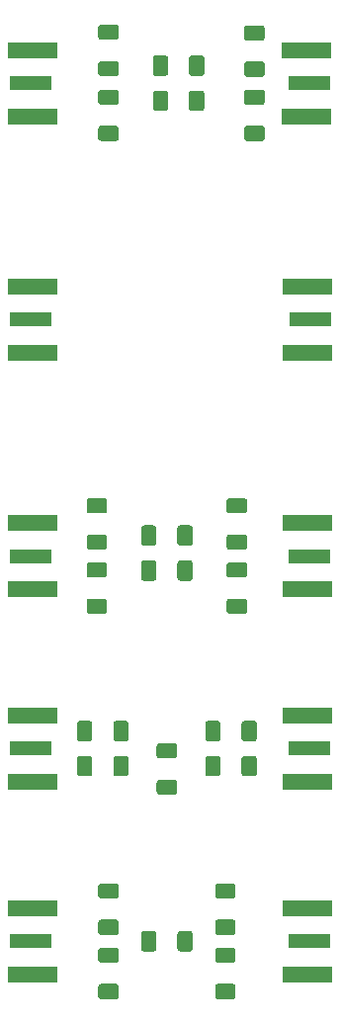
<source format=gbr>
G04 #@! TF.GenerationSoftware,KiCad,Pcbnew,(5.1.5)-3*
G04 #@! TF.CreationDate,2020-11-12T14:52:36+01:00*
G04 #@! TF.ProjectId,50 to 50 Attenuators,35302074-6f20-4353-9020-417474656e75,rev?*
G04 #@! TF.SameCoordinates,Original*
G04 #@! TF.FileFunction,Paste,Top*
G04 #@! TF.FilePolarity,Positive*
%FSLAX46Y46*%
G04 Gerber Fmt 4.6, Leading zero omitted, Abs format (unit mm)*
G04 Created by KiCad (PCBNEW (5.1.5)-3) date 2020-11-12 14:52:36*
%MOMM*%
%LPD*%
G04 APERTURE LIST*
%ADD10R,3.600000X1.270000*%
%ADD11R,4.200000X1.350000*%
%ADD12C,0.100000*%
G04 APERTURE END LIST*
D10*
X37800000Y-38500000D03*
D11*
X38000000Y-41325000D03*
X38000000Y-35675000D03*
D10*
X61675000Y-38500000D03*
D11*
X61475000Y-35675000D03*
X61475000Y-41325000D03*
X38000000Y-55925000D03*
X38000000Y-61575000D03*
D10*
X37800000Y-58750000D03*
D11*
X61550000Y-61575000D03*
X61550000Y-55925000D03*
D10*
X61750000Y-58750000D03*
D11*
X38000000Y-76175000D03*
X38000000Y-81825000D03*
D10*
X37800000Y-79000000D03*
X61700000Y-79000000D03*
D11*
X61500000Y-76175000D03*
X61500000Y-81825000D03*
X38000000Y-92675000D03*
X38000000Y-98325000D03*
D10*
X37800000Y-95500000D03*
X61700000Y-95500000D03*
D11*
X61500000Y-92675000D03*
X61500000Y-98325000D03*
D10*
X37800000Y-112000000D03*
D11*
X38000000Y-114825000D03*
X38000000Y-109175000D03*
X61500000Y-114825000D03*
X61500000Y-109175000D03*
D10*
X61700000Y-112000000D03*
D12*
G36*
X45149504Y-33501204D02*
G01*
X45173773Y-33504804D01*
X45197571Y-33510765D01*
X45220671Y-33519030D01*
X45242849Y-33529520D01*
X45263893Y-33542133D01*
X45283598Y-33556747D01*
X45301777Y-33573223D01*
X45318253Y-33591402D01*
X45332867Y-33611107D01*
X45345480Y-33632151D01*
X45355970Y-33654329D01*
X45364235Y-33677429D01*
X45370196Y-33701227D01*
X45373796Y-33725496D01*
X45375000Y-33750000D01*
X45375000Y-34550000D01*
X45373796Y-34574504D01*
X45370196Y-34598773D01*
X45364235Y-34622571D01*
X45355970Y-34645671D01*
X45345480Y-34667849D01*
X45332867Y-34688893D01*
X45318253Y-34708598D01*
X45301777Y-34726777D01*
X45283598Y-34743253D01*
X45263893Y-34757867D01*
X45242849Y-34770480D01*
X45220671Y-34780970D01*
X45197571Y-34789235D01*
X45173773Y-34795196D01*
X45149504Y-34798796D01*
X45125000Y-34800000D01*
X43875000Y-34800000D01*
X43850496Y-34798796D01*
X43826227Y-34795196D01*
X43802429Y-34789235D01*
X43779329Y-34780970D01*
X43757151Y-34770480D01*
X43736107Y-34757867D01*
X43716402Y-34743253D01*
X43698223Y-34726777D01*
X43681747Y-34708598D01*
X43667133Y-34688893D01*
X43654520Y-34667849D01*
X43644030Y-34645671D01*
X43635765Y-34622571D01*
X43629804Y-34598773D01*
X43626204Y-34574504D01*
X43625000Y-34550000D01*
X43625000Y-33750000D01*
X43626204Y-33725496D01*
X43629804Y-33701227D01*
X43635765Y-33677429D01*
X43644030Y-33654329D01*
X43654520Y-33632151D01*
X43667133Y-33611107D01*
X43681747Y-33591402D01*
X43698223Y-33573223D01*
X43716402Y-33556747D01*
X43736107Y-33542133D01*
X43757151Y-33529520D01*
X43779329Y-33519030D01*
X43802429Y-33510765D01*
X43826227Y-33504804D01*
X43850496Y-33501204D01*
X43875000Y-33500000D01*
X45125000Y-33500000D01*
X45149504Y-33501204D01*
G37*
G36*
X45149504Y-36601204D02*
G01*
X45173773Y-36604804D01*
X45197571Y-36610765D01*
X45220671Y-36619030D01*
X45242849Y-36629520D01*
X45263893Y-36642133D01*
X45283598Y-36656747D01*
X45301777Y-36673223D01*
X45318253Y-36691402D01*
X45332867Y-36711107D01*
X45345480Y-36732151D01*
X45355970Y-36754329D01*
X45364235Y-36777429D01*
X45370196Y-36801227D01*
X45373796Y-36825496D01*
X45375000Y-36850000D01*
X45375000Y-37650000D01*
X45373796Y-37674504D01*
X45370196Y-37698773D01*
X45364235Y-37722571D01*
X45355970Y-37745671D01*
X45345480Y-37767849D01*
X45332867Y-37788893D01*
X45318253Y-37808598D01*
X45301777Y-37826777D01*
X45283598Y-37843253D01*
X45263893Y-37857867D01*
X45242849Y-37870480D01*
X45220671Y-37880970D01*
X45197571Y-37889235D01*
X45173773Y-37895196D01*
X45149504Y-37898796D01*
X45125000Y-37900000D01*
X43875000Y-37900000D01*
X43850496Y-37898796D01*
X43826227Y-37895196D01*
X43802429Y-37889235D01*
X43779329Y-37880970D01*
X43757151Y-37870480D01*
X43736107Y-37857867D01*
X43716402Y-37843253D01*
X43698223Y-37826777D01*
X43681747Y-37808598D01*
X43667133Y-37788893D01*
X43654520Y-37767849D01*
X43644030Y-37745671D01*
X43635765Y-37722571D01*
X43629804Y-37698773D01*
X43626204Y-37674504D01*
X43625000Y-37650000D01*
X43625000Y-36850000D01*
X43626204Y-36825496D01*
X43629804Y-36801227D01*
X43635765Y-36777429D01*
X43644030Y-36754329D01*
X43654520Y-36732151D01*
X43667133Y-36711107D01*
X43681747Y-36691402D01*
X43698223Y-36673223D01*
X43716402Y-36656747D01*
X43736107Y-36642133D01*
X43757151Y-36629520D01*
X43779329Y-36619030D01*
X43802429Y-36610765D01*
X43826227Y-36604804D01*
X43850496Y-36601204D01*
X43875000Y-36600000D01*
X45125000Y-36600000D01*
X45149504Y-36601204D01*
G37*
G36*
X57649504Y-36651204D02*
G01*
X57673773Y-36654804D01*
X57697571Y-36660765D01*
X57720671Y-36669030D01*
X57742849Y-36679520D01*
X57763893Y-36692133D01*
X57783598Y-36706747D01*
X57801777Y-36723223D01*
X57818253Y-36741402D01*
X57832867Y-36761107D01*
X57845480Y-36782151D01*
X57855970Y-36804329D01*
X57864235Y-36827429D01*
X57870196Y-36851227D01*
X57873796Y-36875496D01*
X57875000Y-36900000D01*
X57875000Y-37700000D01*
X57873796Y-37724504D01*
X57870196Y-37748773D01*
X57864235Y-37772571D01*
X57855970Y-37795671D01*
X57845480Y-37817849D01*
X57832867Y-37838893D01*
X57818253Y-37858598D01*
X57801777Y-37876777D01*
X57783598Y-37893253D01*
X57763893Y-37907867D01*
X57742849Y-37920480D01*
X57720671Y-37930970D01*
X57697571Y-37939235D01*
X57673773Y-37945196D01*
X57649504Y-37948796D01*
X57625000Y-37950000D01*
X56375000Y-37950000D01*
X56350496Y-37948796D01*
X56326227Y-37945196D01*
X56302429Y-37939235D01*
X56279329Y-37930970D01*
X56257151Y-37920480D01*
X56236107Y-37907867D01*
X56216402Y-37893253D01*
X56198223Y-37876777D01*
X56181747Y-37858598D01*
X56167133Y-37838893D01*
X56154520Y-37817849D01*
X56144030Y-37795671D01*
X56135765Y-37772571D01*
X56129804Y-37748773D01*
X56126204Y-37724504D01*
X56125000Y-37700000D01*
X56125000Y-36900000D01*
X56126204Y-36875496D01*
X56129804Y-36851227D01*
X56135765Y-36827429D01*
X56144030Y-36804329D01*
X56154520Y-36782151D01*
X56167133Y-36761107D01*
X56181747Y-36741402D01*
X56198223Y-36723223D01*
X56216402Y-36706747D01*
X56236107Y-36692133D01*
X56257151Y-36679520D01*
X56279329Y-36669030D01*
X56302429Y-36660765D01*
X56326227Y-36654804D01*
X56350496Y-36651204D01*
X56375000Y-36650000D01*
X57625000Y-36650000D01*
X57649504Y-36651204D01*
G37*
G36*
X57649504Y-33551204D02*
G01*
X57673773Y-33554804D01*
X57697571Y-33560765D01*
X57720671Y-33569030D01*
X57742849Y-33579520D01*
X57763893Y-33592133D01*
X57783598Y-33606747D01*
X57801777Y-33623223D01*
X57818253Y-33641402D01*
X57832867Y-33661107D01*
X57845480Y-33682151D01*
X57855970Y-33704329D01*
X57864235Y-33727429D01*
X57870196Y-33751227D01*
X57873796Y-33775496D01*
X57875000Y-33800000D01*
X57875000Y-34600000D01*
X57873796Y-34624504D01*
X57870196Y-34648773D01*
X57864235Y-34672571D01*
X57855970Y-34695671D01*
X57845480Y-34717849D01*
X57832867Y-34738893D01*
X57818253Y-34758598D01*
X57801777Y-34776777D01*
X57783598Y-34793253D01*
X57763893Y-34807867D01*
X57742849Y-34820480D01*
X57720671Y-34830970D01*
X57697571Y-34839235D01*
X57673773Y-34845196D01*
X57649504Y-34848796D01*
X57625000Y-34850000D01*
X56375000Y-34850000D01*
X56350496Y-34848796D01*
X56326227Y-34845196D01*
X56302429Y-34839235D01*
X56279329Y-34830970D01*
X56257151Y-34820480D01*
X56236107Y-34807867D01*
X56216402Y-34793253D01*
X56198223Y-34776777D01*
X56181747Y-34758598D01*
X56167133Y-34738893D01*
X56154520Y-34717849D01*
X56144030Y-34695671D01*
X56135765Y-34672571D01*
X56129804Y-34648773D01*
X56126204Y-34624504D01*
X56125000Y-34600000D01*
X56125000Y-33800000D01*
X56126204Y-33775496D01*
X56129804Y-33751227D01*
X56135765Y-33727429D01*
X56144030Y-33704329D01*
X56154520Y-33682151D01*
X56167133Y-33661107D01*
X56181747Y-33641402D01*
X56198223Y-33623223D01*
X56216402Y-33606747D01*
X56236107Y-33592133D01*
X56257151Y-33579520D01*
X56279329Y-33569030D01*
X56302429Y-33560765D01*
X56326227Y-33554804D01*
X56350496Y-33551204D01*
X56375000Y-33550000D01*
X57625000Y-33550000D01*
X57649504Y-33551204D01*
G37*
G36*
X52474504Y-39126204D02*
G01*
X52498773Y-39129804D01*
X52522571Y-39135765D01*
X52545671Y-39144030D01*
X52567849Y-39154520D01*
X52588893Y-39167133D01*
X52608598Y-39181747D01*
X52626777Y-39198223D01*
X52643253Y-39216402D01*
X52657867Y-39236107D01*
X52670480Y-39257151D01*
X52680970Y-39279329D01*
X52689235Y-39302429D01*
X52695196Y-39326227D01*
X52698796Y-39350496D01*
X52700000Y-39375000D01*
X52700000Y-40625000D01*
X52698796Y-40649504D01*
X52695196Y-40673773D01*
X52689235Y-40697571D01*
X52680970Y-40720671D01*
X52670480Y-40742849D01*
X52657867Y-40763893D01*
X52643253Y-40783598D01*
X52626777Y-40801777D01*
X52608598Y-40818253D01*
X52588893Y-40832867D01*
X52567849Y-40845480D01*
X52545671Y-40855970D01*
X52522571Y-40864235D01*
X52498773Y-40870196D01*
X52474504Y-40873796D01*
X52450000Y-40875000D01*
X51650000Y-40875000D01*
X51625496Y-40873796D01*
X51601227Y-40870196D01*
X51577429Y-40864235D01*
X51554329Y-40855970D01*
X51532151Y-40845480D01*
X51511107Y-40832867D01*
X51491402Y-40818253D01*
X51473223Y-40801777D01*
X51456747Y-40783598D01*
X51442133Y-40763893D01*
X51429520Y-40742849D01*
X51419030Y-40720671D01*
X51410765Y-40697571D01*
X51404804Y-40673773D01*
X51401204Y-40649504D01*
X51400000Y-40625000D01*
X51400000Y-39375000D01*
X51401204Y-39350496D01*
X51404804Y-39326227D01*
X51410765Y-39302429D01*
X51419030Y-39279329D01*
X51429520Y-39257151D01*
X51442133Y-39236107D01*
X51456747Y-39216402D01*
X51473223Y-39198223D01*
X51491402Y-39181747D01*
X51511107Y-39167133D01*
X51532151Y-39154520D01*
X51554329Y-39144030D01*
X51577429Y-39135765D01*
X51601227Y-39129804D01*
X51625496Y-39126204D01*
X51650000Y-39125000D01*
X52450000Y-39125000D01*
X52474504Y-39126204D01*
G37*
G36*
X49374504Y-39126204D02*
G01*
X49398773Y-39129804D01*
X49422571Y-39135765D01*
X49445671Y-39144030D01*
X49467849Y-39154520D01*
X49488893Y-39167133D01*
X49508598Y-39181747D01*
X49526777Y-39198223D01*
X49543253Y-39216402D01*
X49557867Y-39236107D01*
X49570480Y-39257151D01*
X49580970Y-39279329D01*
X49589235Y-39302429D01*
X49595196Y-39326227D01*
X49598796Y-39350496D01*
X49600000Y-39375000D01*
X49600000Y-40625000D01*
X49598796Y-40649504D01*
X49595196Y-40673773D01*
X49589235Y-40697571D01*
X49580970Y-40720671D01*
X49570480Y-40742849D01*
X49557867Y-40763893D01*
X49543253Y-40783598D01*
X49526777Y-40801777D01*
X49508598Y-40818253D01*
X49488893Y-40832867D01*
X49467849Y-40845480D01*
X49445671Y-40855970D01*
X49422571Y-40864235D01*
X49398773Y-40870196D01*
X49374504Y-40873796D01*
X49350000Y-40875000D01*
X48550000Y-40875000D01*
X48525496Y-40873796D01*
X48501227Y-40870196D01*
X48477429Y-40864235D01*
X48454329Y-40855970D01*
X48432151Y-40845480D01*
X48411107Y-40832867D01*
X48391402Y-40818253D01*
X48373223Y-40801777D01*
X48356747Y-40783598D01*
X48342133Y-40763893D01*
X48329520Y-40742849D01*
X48319030Y-40720671D01*
X48310765Y-40697571D01*
X48304804Y-40673773D01*
X48301204Y-40649504D01*
X48300000Y-40625000D01*
X48300000Y-39375000D01*
X48301204Y-39350496D01*
X48304804Y-39326227D01*
X48310765Y-39302429D01*
X48319030Y-39279329D01*
X48329520Y-39257151D01*
X48342133Y-39236107D01*
X48356747Y-39216402D01*
X48373223Y-39198223D01*
X48391402Y-39181747D01*
X48411107Y-39167133D01*
X48432151Y-39154520D01*
X48454329Y-39144030D01*
X48477429Y-39135765D01*
X48501227Y-39129804D01*
X48525496Y-39126204D01*
X48550000Y-39125000D01*
X49350000Y-39125000D01*
X49374504Y-39126204D01*
G37*
G36*
X49374504Y-36126204D02*
G01*
X49398773Y-36129804D01*
X49422571Y-36135765D01*
X49445671Y-36144030D01*
X49467849Y-36154520D01*
X49488893Y-36167133D01*
X49508598Y-36181747D01*
X49526777Y-36198223D01*
X49543253Y-36216402D01*
X49557867Y-36236107D01*
X49570480Y-36257151D01*
X49580970Y-36279329D01*
X49589235Y-36302429D01*
X49595196Y-36326227D01*
X49598796Y-36350496D01*
X49600000Y-36375000D01*
X49600000Y-37625000D01*
X49598796Y-37649504D01*
X49595196Y-37673773D01*
X49589235Y-37697571D01*
X49580970Y-37720671D01*
X49570480Y-37742849D01*
X49557867Y-37763893D01*
X49543253Y-37783598D01*
X49526777Y-37801777D01*
X49508598Y-37818253D01*
X49488893Y-37832867D01*
X49467849Y-37845480D01*
X49445671Y-37855970D01*
X49422571Y-37864235D01*
X49398773Y-37870196D01*
X49374504Y-37873796D01*
X49350000Y-37875000D01*
X48550000Y-37875000D01*
X48525496Y-37873796D01*
X48501227Y-37870196D01*
X48477429Y-37864235D01*
X48454329Y-37855970D01*
X48432151Y-37845480D01*
X48411107Y-37832867D01*
X48391402Y-37818253D01*
X48373223Y-37801777D01*
X48356747Y-37783598D01*
X48342133Y-37763893D01*
X48329520Y-37742849D01*
X48319030Y-37720671D01*
X48310765Y-37697571D01*
X48304804Y-37673773D01*
X48301204Y-37649504D01*
X48300000Y-37625000D01*
X48300000Y-36375000D01*
X48301204Y-36350496D01*
X48304804Y-36326227D01*
X48310765Y-36302429D01*
X48319030Y-36279329D01*
X48329520Y-36257151D01*
X48342133Y-36236107D01*
X48356747Y-36216402D01*
X48373223Y-36198223D01*
X48391402Y-36181747D01*
X48411107Y-36167133D01*
X48432151Y-36154520D01*
X48454329Y-36144030D01*
X48477429Y-36135765D01*
X48501227Y-36129804D01*
X48525496Y-36126204D01*
X48550000Y-36125000D01*
X49350000Y-36125000D01*
X49374504Y-36126204D01*
G37*
G36*
X52474504Y-36126204D02*
G01*
X52498773Y-36129804D01*
X52522571Y-36135765D01*
X52545671Y-36144030D01*
X52567849Y-36154520D01*
X52588893Y-36167133D01*
X52608598Y-36181747D01*
X52626777Y-36198223D01*
X52643253Y-36216402D01*
X52657867Y-36236107D01*
X52670480Y-36257151D01*
X52680970Y-36279329D01*
X52689235Y-36302429D01*
X52695196Y-36326227D01*
X52698796Y-36350496D01*
X52700000Y-36375000D01*
X52700000Y-37625000D01*
X52698796Y-37649504D01*
X52695196Y-37673773D01*
X52689235Y-37697571D01*
X52680970Y-37720671D01*
X52670480Y-37742849D01*
X52657867Y-37763893D01*
X52643253Y-37783598D01*
X52626777Y-37801777D01*
X52608598Y-37818253D01*
X52588893Y-37832867D01*
X52567849Y-37845480D01*
X52545671Y-37855970D01*
X52522571Y-37864235D01*
X52498773Y-37870196D01*
X52474504Y-37873796D01*
X52450000Y-37875000D01*
X51650000Y-37875000D01*
X51625496Y-37873796D01*
X51601227Y-37870196D01*
X51577429Y-37864235D01*
X51554329Y-37855970D01*
X51532151Y-37845480D01*
X51511107Y-37832867D01*
X51491402Y-37818253D01*
X51473223Y-37801777D01*
X51456747Y-37783598D01*
X51442133Y-37763893D01*
X51429520Y-37742849D01*
X51419030Y-37720671D01*
X51410765Y-37697571D01*
X51404804Y-37673773D01*
X51401204Y-37649504D01*
X51400000Y-37625000D01*
X51400000Y-36375000D01*
X51401204Y-36350496D01*
X51404804Y-36326227D01*
X51410765Y-36302429D01*
X51419030Y-36279329D01*
X51429520Y-36257151D01*
X51442133Y-36236107D01*
X51456747Y-36216402D01*
X51473223Y-36198223D01*
X51491402Y-36181747D01*
X51511107Y-36167133D01*
X51532151Y-36154520D01*
X51554329Y-36144030D01*
X51577429Y-36135765D01*
X51601227Y-36129804D01*
X51625496Y-36126204D01*
X51650000Y-36125000D01*
X52450000Y-36125000D01*
X52474504Y-36126204D01*
G37*
G36*
X45149504Y-39051204D02*
G01*
X45173773Y-39054804D01*
X45197571Y-39060765D01*
X45220671Y-39069030D01*
X45242849Y-39079520D01*
X45263893Y-39092133D01*
X45283598Y-39106747D01*
X45301777Y-39123223D01*
X45318253Y-39141402D01*
X45332867Y-39161107D01*
X45345480Y-39182151D01*
X45355970Y-39204329D01*
X45364235Y-39227429D01*
X45370196Y-39251227D01*
X45373796Y-39275496D01*
X45375000Y-39300000D01*
X45375000Y-40100000D01*
X45373796Y-40124504D01*
X45370196Y-40148773D01*
X45364235Y-40172571D01*
X45355970Y-40195671D01*
X45345480Y-40217849D01*
X45332867Y-40238893D01*
X45318253Y-40258598D01*
X45301777Y-40276777D01*
X45283598Y-40293253D01*
X45263893Y-40307867D01*
X45242849Y-40320480D01*
X45220671Y-40330970D01*
X45197571Y-40339235D01*
X45173773Y-40345196D01*
X45149504Y-40348796D01*
X45125000Y-40350000D01*
X43875000Y-40350000D01*
X43850496Y-40348796D01*
X43826227Y-40345196D01*
X43802429Y-40339235D01*
X43779329Y-40330970D01*
X43757151Y-40320480D01*
X43736107Y-40307867D01*
X43716402Y-40293253D01*
X43698223Y-40276777D01*
X43681747Y-40258598D01*
X43667133Y-40238893D01*
X43654520Y-40217849D01*
X43644030Y-40195671D01*
X43635765Y-40172571D01*
X43629804Y-40148773D01*
X43626204Y-40124504D01*
X43625000Y-40100000D01*
X43625000Y-39300000D01*
X43626204Y-39275496D01*
X43629804Y-39251227D01*
X43635765Y-39227429D01*
X43644030Y-39204329D01*
X43654520Y-39182151D01*
X43667133Y-39161107D01*
X43681747Y-39141402D01*
X43698223Y-39123223D01*
X43716402Y-39106747D01*
X43736107Y-39092133D01*
X43757151Y-39079520D01*
X43779329Y-39069030D01*
X43802429Y-39060765D01*
X43826227Y-39054804D01*
X43850496Y-39051204D01*
X43875000Y-39050000D01*
X45125000Y-39050000D01*
X45149504Y-39051204D01*
G37*
G36*
X45149504Y-42151204D02*
G01*
X45173773Y-42154804D01*
X45197571Y-42160765D01*
X45220671Y-42169030D01*
X45242849Y-42179520D01*
X45263893Y-42192133D01*
X45283598Y-42206747D01*
X45301777Y-42223223D01*
X45318253Y-42241402D01*
X45332867Y-42261107D01*
X45345480Y-42282151D01*
X45355970Y-42304329D01*
X45364235Y-42327429D01*
X45370196Y-42351227D01*
X45373796Y-42375496D01*
X45375000Y-42400000D01*
X45375000Y-43200000D01*
X45373796Y-43224504D01*
X45370196Y-43248773D01*
X45364235Y-43272571D01*
X45355970Y-43295671D01*
X45345480Y-43317849D01*
X45332867Y-43338893D01*
X45318253Y-43358598D01*
X45301777Y-43376777D01*
X45283598Y-43393253D01*
X45263893Y-43407867D01*
X45242849Y-43420480D01*
X45220671Y-43430970D01*
X45197571Y-43439235D01*
X45173773Y-43445196D01*
X45149504Y-43448796D01*
X45125000Y-43450000D01*
X43875000Y-43450000D01*
X43850496Y-43448796D01*
X43826227Y-43445196D01*
X43802429Y-43439235D01*
X43779329Y-43430970D01*
X43757151Y-43420480D01*
X43736107Y-43407867D01*
X43716402Y-43393253D01*
X43698223Y-43376777D01*
X43681747Y-43358598D01*
X43667133Y-43338893D01*
X43654520Y-43317849D01*
X43644030Y-43295671D01*
X43635765Y-43272571D01*
X43629804Y-43248773D01*
X43626204Y-43224504D01*
X43625000Y-43200000D01*
X43625000Y-42400000D01*
X43626204Y-42375496D01*
X43629804Y-42351227D01*
X43635765Y-42327429D01*
X43644030Y-42304329D01*
X43654520Y-42282151D01*
X43667133Y-42261107D01*
X43681747Y-42241402D01*
X43698223Y-42223223D01*
X43716402Y-42206747D01*
X43736107Y-42192133D01*
X43757151Y-42179520D01*
X43779329Y-42169030D01*
X43802429Y-42160765D01*
X43826227Y-42154804D01*
X43850496Y-42151204D01*
X43875000Y-42150000D01*
X45125000Y-42150000D01*
X45149504Y-42151204D01*
G37*
G36*
X57649504Y-42151204D02*
G01*
X57673773Y-42154804D01*
X57697571Y-42160765D01*
X57720671Y-42169030D01*
X57742849Y-42179520D01*
X57763893Y-42192133D01*
X57783598Y-42206747D01*
X57801777Y-42223223D01*
X57818253Y-42241402D01*
X57832867Y-42261107D01*
X57845480Y-42282151D01*
X57855970Y-42304329D01*
X57864235Y-42327429D01*
X57870196Y-42351227D01*
X57873796Y-42375496D01*
X57875000Y-42400000D01*
X57875000Y-43200000D01*
X57873796Y-43224504D01*
X57870196Y-43248773D01*
X57864235Y-43272571D01*
X57855970Y-43295671D01*
X57845480Y-43317849D01*
X57832867Y-43338893D01*
X57818253Y-43358598D01*
X57801777Y-43376777D01*
X57783598Y-43393253D01*
X57763893Y-43407867D01*
X57742849Y-43420480D01*
X57720671Y-43430970D01*
X57697571Y-43439235D01*
X57673773Y-43445196D01*
X57649504Y-43448796D01*
X57625000Y-43450000D01*
X56375000Y-43450000D01*
X56350496Y-43448796D01*
X56326227Y-43445196D01*
X56302429Y-43439235D01*
X56279329Y-43430970D01*
X56257151Y-43420480D01*
X56236107Y-43407867D01*
X56216402Y-43393253D01*
X56198223Y-43376777D01*
X56181747Y-43358598D01*
X56167133Y-43338893D01*
X56154520Y-43317849D01*
X56144030Y-43295671D01*
X56135765Y-43272571D01*
X56129804Y-43248773D01*
X56126204Y-43224504D01*
X56125000Y-43200000D01*
X56125000Y-42400000D01*
X56126204Y-42375496D01*
X56129804Y-42351227D01*
X56135765Y-42327429D01*
X56144030Y-42304329D01*
X56154520Y-42282151D01*
X56167133Y-42261107D01*
X56181747Y-42241402D01*
X56198223Y-42223223D01*
X56216402Y-42206747D01*
X56236107Y-42192133D01*
X56257151Y-42179520D01*
X56279329Y-42169030D01*
X56302429Y-42160765D01*
X56326227Y-42154804D01*
X56350496Y-42151204D01*
X56375000Y-42150000D01*
X57625000Y-42150000D01*
X57649504Y-42151204D01*
G37*
G36*
X57649504Y-39051204D02*
G01*
X57673773Y-39054804D01*
X57697571Y-39060765D01*
X57720671Y-39069030D01*
X57742849Y-39079520D01*
X57763893Y-39092133D01*
X57783598Y-39106747D01*
X57801777Y-39123223D01*
X57818253Y-39141402D01*
X57832867Y-39161107D01*
X57845480Y-39182151D01*
X57855970Y-39204329D01*
X57864235Y-39227429D01*
X57870196Y-39251227D01*
X57873796Y-39275496D01*
X57875000Y-39300000D01*
X57875000Y-40100000D01*
X57873796Y-40124504D01*
X57870196Y-40148773D01*
X57864235Y-40172571D01*
X57855970Y-40195671D01*
X57845480Y-40217849D01*
X57832867Y-40238893D01*
X57818253Y-40258598D01*
X57801777Y-40276777D01*
X57783598Y-40293253D01*
X57763893Y-40307867D01*
X57742849Y-40320480D01*
X57720671Y-40330970D01*
X57697571Y-40339235D01*
X57673773Y-40345196D01*
X57649504Y-40348796D01*
X57625000Y-40350000D01*
X56375000Y-40350000D01*
X56350496Y-40348796D01*
X56326227Y-40345196D01*
X56302429Y-40339235D01*
X56279329Y-40330970D01*
X56257151Y-40320480D01*
X56236107Y-40307867D01*
X56216402Y-40293253D01*
X56198223Y-40276777D01*
X56181747Y-40258598D01*
X56167133Y-40238893D01*
X56154520Y-40217849D01*
X56144030Y-40195671D01*
X56135765Y-40172571D01*
X56129804Y-40148773D01*
X56126204Y-40124504D01*
X56125000Y-40100000D01*
X56125000Y-39300000D01*
X56126204Y-39275496D01*
X56129804Y-39251227D01*
X56135765Y-39227429D01*
X56144030Y-39204329D01*
X56154520Y-39182151D01*
X56167133Y-39161107D01*
X56181747Y-39141402D01*
X56198223Y-39123223D01*
X56216402Y-39106747D01*
X56236107Y-39092133D01*
X56257151Y-39079520D01*
X56279329Y-39069030D01*
X56302429Y-39060765D01*
X56326227Y-39054804D01*
X56350496Y-39051204D01*
X56375000Y-39050000D01*
X57625000Y-39050000D01*
X57649504Y-39051204D01*
G37*
G36*
X44149504Y-77151204D02*
G01*
X44173773Y-77154804D01*
X44197571Y-77160765D01*
X44220671Y-77169030D01*
X44242849Y-77179520D01*
X44263893Y-77192133D01*
X44283598Y-77206747D01*
X44301777Y-77223223D01*
X44318253Y-77241402D01*
X44332867Y-77261107D01*
X44345480Y-77282151D01*
X44355970Y-77304329D01*
X44364235Y-77327429D01*
X44370196Y-77351227D01*
X44373796Y-77375496D01*
X44375000Y-77400000D01*
X44375000Y-78200000D01*
X44373796Y-78224504D01*
X44370196Y-78248773D01*
X44364235Y-78272571D01*
X44355970Y-78295671D01*
X44345480Y-78317849D01*
X44332867Y-78338893D01*
X44318253Y-78358598D01*
X44301777Y-78376777D01*
X44283598Y-78393253D01*
X44263893Y-78407867D01*
X44242849Y-78420480D01*
X44220671Y-78430970D01*
X44197571Y-78439235D01*
X44173773Y-78445196D01*
X44149504Y-78448796D01*
X44125000Y-78450000D01*
X42875000Y-78450000D01*
X42850496Y-78448796D01*
X42826227Y-78445196D01*
X42802429Y-78439235D01*
X42779329Y-78430970D01*
X42757151Y-78420480D01*
X42736107Y-78407867D01*
X42716402Y-78393253D01*
X42698223Y-78376777D01*
X42681747Y-78358598D01*
X42667133Y-78338893D01*
X42654520Y-78317849D01*
X42644030Y-78295671D01*
X42635765Y-78272571D01*
X42629804Y-78248773D01*
X42626204Y-78224504D01*
X42625000Y-78200000D01*
X42625000Y-77400000D01*
X42626204Y-77375496D01*
X42629804Y-77351227D01*
X42635765Y-77327429D01*
X42644030Y-77304329D01*
X42654520Y-77282151D01*
X42667133Y-77261107D01*
X42681747Y-77241402D01*
X42698223Y-77223223D01*
X42716402Y-77206747D01*
X42736107Y-77192133D01*
X42757151Y-77179520D01*
X42779329Y-77169030D01*
X42802429Y-77160765D01*
X42826227Y-77154804D01*
X42850496Y-77151204D01*
X42875000Y-77150000D01*
X44125000Y-77150000D01*
X44149504Y-77151204D01*
G37*
G36*
X44149504Y-74051204D02*
G01*
X44173773Y-74054804D01*
X44197571Y-74060765D01*
X44220671Y-74069030D01*
X44242849Y-74079520D01*
X44263893Y-74092133D01*
X44283598Y-74106747D01*
X44301777Y-74123223D01*
X44318253Y-74141402D01*
X44332867Y-74161107D01*
X44345480Y-74182151D01*
X44355970Y-74204329D01*
X44364235Y-74227429D01*
X44370196Y-74251227D01*
X44373796Y-74275496D01*
X44375000Y-74300000D01*
X44375000Y-75100000D01*
X44373796Y-75124504D01*
X44370196Y-75148773D01*
X44364235Y-75172571D01*
X44355970Y-75195671D01*
X44345480Y-75217849D01*
X44332867Y-75238893D01*
X44318253Y-75258598D01*
X44301777Y-75276777D01*
X44283598Y-75293253D01*
X44263893Y-75307867D01*
X44242849Y-75320480D01*
X44220671Y-75330970D01*
X44197571Y-75339235D01*
X44173773Y-75345196D01*
X44149504Y-75348796D01*
X44125000Y-75350000D01*
X42875000Y-75350000D01*
X42850496Y-75348796D01*
X42826227Y-75345196D01*
X42802429Y-75339235D01*
X42779329Y-75330970D01*
X42757151Y-75320480D01*
X42736107Y-75307867D01*
X42716402Y-75293253D01*
X42698223Y-75276777D01*
X42681747Y-75258598D01*
X42667133Y-75238893D01*
X42654520Y-75217849D01*
X42644030Y-75195671D01*
X42635765Y-75172571D01*
X42629804Y-75148773D01*
X42626204Y-75124504D01*
X42625000Y-75100000D01*
X42625000Y-74300000D01*
X42626204Y-74275496D01*
X42629804Y-74251227D01*
X42635765Y-74227429D01*
X42644030Y-74204329D01*
X42654520Y-74182151D01*
X42667133Y-74161107D01*
X42681747Y-74141402D01*
X42698223Y-74123223D01*
X42716402Y-74106747D01*
X42736107Y-74092133D01*
X42757151Y-74079520D01*
X42779329Y-74069030D01*
X42802429Y-74060765D01*
X42826227Y-74054804D01*
X42850496Y-74051204D01*
X42875000Y-74050000D01*
X44125000Y-74050000D01*
X44149504Y-74051204D01*
G37*
G36*
X51474504Y-76376204D02*
G01*
X51498773Y-76379804D01*
X51522571Y-76385765D01*
X51545671Y-76394030D01*
X51567849Y-76404520D01*
X51588893Y-76417133D01*
X51608598Y-76431747D01*
X51626777Y-76448223D01*
X51643253Y-76466402D01*
X51657867Y-76486107D01*
X51670480Y-76507151D01*
X51680970Y-76529329D01*
X51689235Y-76552429D01*
X51695196Y-76576227D01*
X51698796Y-76600496D01*
X51700000Y-76625000D01*
X51700000Y-77875000D01*
X51698796Y-77899504D01*
X51695196Y-77923773D01*
X51689235Y-77947571D01*
X51680970Y-77970671D01*
X51670480Y-77992849D01*
X51657867Y-78013893D01*
X51643253Y-78033598D01*
X51626777Y-78051777D01*
X51608598Y-78068253D01*
X51588893Y-78082867D01*
X51567849Y-78095480D01*
X51545671Y-78105970D01*
X51522571Y-78114235D01*
X51498773Y-78120196D01*
X51474504Y-78123796D01*
X51450000Y-78125000D01*
X50650000Y-78125000D01*
X50625496Y-78123796D01*
X50601227Y-78120196D01*
X50577429Y-78114235D01*
X50554329Y-78105970D01*
X50532151Y-78095480D01*
X50511107Y-78082867D01*
X50491402Y-78068253D01*
X50473223Y-78051777D01*
X50456747Y-78033598D01*
X50442133Y-78013893D01*
X50429520Y-77992849D01*
X50419030Y-77970671D01*
X50410765Y-77947571D01*
X50404804Y-77923773D01*
X50401204Y-77899504D01*
X50400000Y-77875000D01*
X50400000Y-76625000D01*
X50401204Y-76600496D01*
X50404804Y-76576227D01*
X50410765Y-76552429D01*
X50419030Y-76529329D01*
X50429520Y-76507151D01*
X50442133Y-76486107D01*
X50456747Y-76466402D01*
X50473223Y-76448223D01*
X50491402Y-76431747D01*
X50511107Y-76417133D01*
X50532151Y-76404520D01*
X50554329Y-76394030D01*
X50577429Y-76385765D01*
X50601227Y-76379804D01*
X50625496Y-76376204D01*
X50650000Y-76375000D01*
X51450000Y-76375000D01*
X51474504Y-76376204D01*
G37*
G36*
X48374504Y-76376204D02*
G01*
X48398773Y-76379804D01*
X48422571Y-76385765D01*
X48445671Y-76394030D01*
X48467849Y-76404520D01*
X48488893Y-76417133D01*
X48508598Y-76431747D01*
X48526777Y-76448223D01*
X48543253Y-76466402D01*
X48557867Y-76486107D01*
X48570480Y-76507151D01*
X48580970Y-76529329D01*
X48589235Y-76552429D01*
X48595196Y-76576227D01*
X48598796Y-76600496D01*
X48600000Y-76625000D01*
X48600000Y-77875000D01*
X48598796Y-77899504D01*
X48595196Y-77923773D01*
X48589235Y-77947571D01*
X48580970Y-77970671D01*
X48570480Y-77992849D01*
X48557867Y-78013893D01*
X48543253Y-78033598D01*
X48526777Y-78051777D01*
X48508598Y-78068253D01*
X48488893Y-78082867D01*
X48467849Y-78095480D01*
X48445671Y-78105970D01*
X48422571Y-78114235D01*
X48398773Y-78120196D01*
X48374504Y-78123796D01*
X48350000Y-78125000D01*
X47550000Y-78125000D01*
X47525496Y-78123796D01*
X47501227Y-78120196D01*
X47477429Y-78114235D01*
X47454329Y-78105970D01*
X47432151Y-78095480D01*
X47411107Y-78082867D01*
X47391402Y-78068253D01*
X47373223Y-78051777D01*
X47356747Y-78033598D01*
X47342133Y-78013893D01*
X47329520Y-77992849D01*
X47319030Y-77970671D01*
X47310765Y-77947571D01*
X47304804Y-77923773D01*
X47301204Y-77899504D01*
X47300000Y-77875000D01*
X47300000Y-76625000D01*
X47301204Y-76600496D01*
X47304804Y-76576227D01*
X47310765Y-76552429D01*
X47319030Y-76529329D01*
X47329520Y-76507151D01*
X47342133Y-76486107D01*
X47356747Y-76466402D01*
X47373223Y-76448223D01*
X47391402Y-76431747D01*
X47411107Y-76417133D01*
X47432151Y-76404520D01*
X47454329Y-76394030D01*
X47477429Y-76385765D01*
X47501227Y-76379804D01*
X47525496Y-76376204D01*
X47550000Y-76375000D01*
X48350000Y-76375000D01*
X48374504Y-76376204D01*
G37*
G36*
X56149504Y-74051204D02*
G01*
X56173773Y-74054804D01*
X56197571Y-74060765D01*
X56220671Y-74069030D01*
X56242849Y-74079520D01*
X56263893Y-74092133D01*
X56283598Y-74106747D01*
X56301777Y-74123223D01*
X56318253Y-74141402D01*
X56332867Y-74161107D01*
X56345480Y-74182151D01*
X56355970Y-74204329D01*
X56364235Y-74227429D01*
X56370196Y-74251227D01*
X56373796Y-74275496D01*
X56375000Y-74300000D01*
X56375000Y-75100000D01*
X56373796Y-75124504D01*
X56370196Y-75148773D01*
X56364235Y-75172571D01*
X56355970Y-75195671D01*
X56345480Y-75217849D01*
X56332867Y-75238893D01*
X56318253Y-75258598D01*
X56301777Y-75276777D01*
X56283598Y-75293253D01*
X56263893Y-75307867D01*
X56242849Y-75320480D01*
X56220671Y-75330970D01*
X56197571Y-75339235D01*
X56173773Y-75345196D01*
X56149504Y-75348796D01*
X56125000Y-75350000D01*
X54875000Y-75350000D01*
X54850496Y-75348796D01*
X54826227Y-75345196D01*
X54802429Y-75339235D01*
X54779329Y-75330970D01*
X54757151Y-75320480D01*
X54736107Y-75307867D01*
X54716402Y-75293253D01*
X54698223Y-75276777D01*
X54681747Y-75258598D01*
X54667133Y-75238893D01*
X54654520Y-75217849D01*
X54644030Y-75195671D01*
X54635765Y-75172571D01*
X54629804Y-75148773D01*
X54626204Y-75124504D01*
X54625000Y-75100000D01*
X54625000Y-74300000D01*
X54626204Y-74275496D01*
X54629804Y-74251227D01*
X54635765Y-74227429D01*
X54644030Y-74204329D01*
X54654520Y-74182151D01*
X54667133Y-74161107D01*
X54681747Y-74141402D01*
X54698223Y-74123223D01*
X54716402Y-74106747D01*
X54736107Y-74092133D01*
X54757151Y-74079520D01*
X54779329Y-74069030D01*
X54802429Y-74060765D01*
X54826227Y-74054804D01*
X54850496Y-74051204D01*
X54875000Y-74050000D01*
X56125000Y-74050000D01*
X56149504Y-74051204D01*
G37*
G36*
X56149504Y-77151204D02*
G01*
X56173773Y-77154804D01*
X56197571Y-77160765D01*
X56220671Y-77169030D01*
X56242849Y-77179520D01*
X56263893Y-77192133D01*
X56283598Y-77206747D01*
X56301777Y-77223223D01*
X56318253Y-77241402D01*
X56332867Y-77261107D01*
X56345480Y-77282151D01*
X56355970Y-77304329D01*
X56364235Y-77327429D01*
X56370196Y-77351227D01*
X56373796Y-77375496D01*
X56375000Y-77400000D01*
X56375000Y-78200000D01*
X56373796Y-78224504D01*
X56370196Y-78248773D01*
X56364235Y-78272571D01*
X56355970Y-78295671D01*
X56345480Y-78317849D01*
X56332867Y-78338893D01*
X56318253Y-78358598D01*
X56301777Y-78376777D01*
X56283598Y-78393253D01*
X56263893Y-78407867D01*
X56242849Y-78420480D01*
X56220671Y-78430970D01*
X56197571Y-78439235D01*
X56173773Y-78445196D01*
X56149504Y-78448796D01*
X56125000Y-78450000D01*
X54875000Y-78450000D01*
X54850496Y-78448796D01*
X54826227Y-78445196D01*
X54802429Y-78439235D01*
X54779329Y-78430970D01*
X54757151Y-78420480D01*
X54736107Y-78407867D01*
X54716402Y-78393253D01*
X54698223Y-78376777D01*
X54681747Y-78358598D01*
X54667133Y-78338893D01*
X54654520Y-78317849D01*
X54644030Y-78295671D01*
X54635765Y-78272571D01*
X54629804Y-78248773D01*
X54626204Y-78224504D01*
X54625000Y-78200000D01*
X54625000Y-77400000D01*
X54626204Y-77375496D01*
X54629804Y-77351227D01*
X54635765Y-77327429D01*
X54644030Y-77304329D01*
X54654520Y-77282151D01*
X54667133Y-77261107D01*
X54681747Y-77241402D01*
X54698223Y-77223223D01*
X54716402Y-77206747D01*
X54736107Y-77192133D01*
X54757151Y-77179520D01*
X54779329Y-77169030D01*
X54802429Y-77160765D01*
X54826227Y-77154804D01*
X54850496Y-77151204D01*
X54875000Y-77150000D01*
X56125000Y-77150000D01*
X56149504Y-77151204D01*
G37*
G36*
X51474504Y-79376204D02*
G01*
X51498773Y-79379804D01*
X51522571Y-79385765D01*
X51545671Y-79394030D01*
X51567849Y-79404520D01*
X51588893Y-79417133D01*
X51608598Y-79431747D01*
X51626777Y-79448223D01*
X51643253Y-79466402D01*
X51657867Y-79486107D01*
X51670480Y-79507151D01*
X51680970Y-79529329D01*
X51689235Y-79552429D01*
X51695196Y-79576227D01*
X51698796Y-79600496D01*
X51700000Y-79625000D01*
X51700000Y-80875000D01*
X51698796Y-80899504D01*
X51695196Y-80923773D01*
X51689235Y-80947571D01*
X51680970Y-80970671D01*
X51670480Y-80992849D01*
X51657867Y-81013893D01*
X51643253Y-81033598D01*
X51626777Y-81051777D01*
X51608598Y-81068253D01*
X51588893Y-81082867D01*
X51567849Y-81095480D01*
X51545671Y-81105970D01*
X51522571Y-81114235D01*
X51498773Y-81120196D01*
X51474504Y-81123796D01*
X51450000Y-81125000D01*
X50650000Y-81125000D01*
X50625496Y-81123796D01*
X50601227Y-81120196D01*
X50577429Y-81114235D01*
X50554329Y-81105970D01*
X50532151Y-81095480D01*
X50511107Y-81082867D01*
X50491402Y-81068253D01*
X50473223Y-81051777D01*
X50456747Y-81033598D01*
X50442133Y-81013893D01*
X50429520Y-80992849D01*
X50419030Y-80970671D01*
X50410765Y-80947571D01*
X50404804Y-80923773D01*
X50401204Y-80899504D01*
X50400000Y-80875000D01*
X50400000Y-79625000D01*
X50401204Y-79600496D01*
X50404804Y-79576227D01*
X50410765Y-79552429D01*
X50419030Y-79529329D01*
X50429520Y-79507151D01*
X50442133Y-79486107D01*
X50456747Y-79466402D01*
X50473223Y-79448223D01*
X50491402Y-79431747D01*
X50511107Y-79417133D01*
X50532151Y-79404520D01*
X50554329Y-79394030D01*
X50577429Y-79385765D01*
X50601227Y-79379804D01*
X50625496Y-79376204D01*
X50650000Y-79375000D01*
X51450000Y-79375000D01*
X51474504Y-79376204D01*
G37*
G36*
X48374504Y-79376204D02*
G01*
X48398773Y-79379804D01*
X48422571Y-79385765D01*
X48445671Y-79394030D01*
X48467849Y-79404520D01*
X48488893Y-79417133D01*
X48508598Y-79431747D01*
X48526777Y-79448223D01*
X48543253Y-79466402D01*
X48557867Y-79486107D01*
X48570480Y-79507151D01*
X48580970Y-79529329D01*
X48589235Y-79552429D01*
X48595196Y-79576227D01*
X48598796Y-79600496D01*
X48600000Y-79625000D01*
X48600000Y-80875000D01*
X48598796Y-80899504D01*
X48595196Y-80923773D01*
X48589235Y-80947571D01*
X48580970Y-80970671D01*
X48570480Y-80992849D01*
X48557867Y-81013893D01*
X48543253Y-81033598D01*
X48526777Y-81051777D01*
X48508598Y-81068253D01*
X48488893Y-81082867D01*
X48467849Y-81095480D01*
X48445671Y-81105970D01*
X48422571Y-81114235D01*
X48398773Y-81120196D01*
X48374504Y-81123796D01*
X48350000Y-81125000D01*
X47550000Y-81125000D01*
X47525496Y-81123796D01*
X47501227Y-81120196D01*
X47477429Y-81114235D01*
X47454329Y-81105970D01*
X47432151Y-81095480D01*
X47411107Y-81082867D01*
X47391402Y-81068253D01*
X47373223Y-81051777D01*
X47356747Y-81033598D01*
X47342133Y-81013893D01*
X47329520Y-80992849D01*
X47319030Y-80970671D01*
X47310765Y-80947571D01*
X47304804Y-80923773D01*
X47301204Y-80899504D01*
X47300000Y-80875000D01*
X47300000Y-79625000D01*
X47301204Y-79600496D01*
X47304804Y-79576227D01*
X47310765Y-79552429D01*
X47319030Y-79529329D01*
X47329520Y-79507151D01*
X47342133Y-79486107D01*
X47356747Y-79466402D01*
X47373223Y-79448223D01*
X47391402Y-79431747D01*
X47411107Y-79417133D01*
X47432151Y-79404520D01*
X47454329Y-79394030D01*
X47477429Y-79385765D01*
X47501227Y-79379804D01*
X47525496Y-79376204D01*
X47550000Y-79375000D01*
X48350000Y-79375000D01*
X48374504Y-79376204D01*
G37*
G36*
X44149504Y-82651204D02*
G01*
X44173773Y-82654804D01*
X44197571Y-82660765D01*
X44220671Y-82669030D01*
X44242849Y-82679520D01*
X44263893Y-82692133D01*
X44283598Y-82706747D01*
X44301777Y-82723223D01*
X44318253Y-82741402D01*
X44332867Y-82761107D01*
X44345480Y-82782151D01*
X44355970Y-82804329D01*
X44364235Y-82827429D01*
X44370196Y-82851227D01*
X44373796Y-82875496D01*
X44375000Y-82900000D01*
X44375000Y-83700000D01*
X44373796Y-83724504D01*
X44370196Y-83748773D01*
X44364235Y-83772571D01*
X44355970Y-83795671D01*
X44345480Y-83817849D01*
X44332867Y-83838893D01*
X44318253Y-83858598D01*
X44301777Y-83876777D01*
X44283598Y-83893253D01*
X44263893Y-83907867D01*
X44242849Y-83920480D01*
X44220671Y-83930970D01*
X44197571Y-83939235D01*
X44173773Y-83945196D01*
X44149504Y-83948796D01*
X44125000Y-83950000D01*
X42875000Y-83950000D01*
X42850496Y-83948796D01*
X42826227Y-83945196D01*
X42802429Y-83939235D01*
X42779329Y-83930970D01*
X42757151Y-83920480D01*
X42736107Y-83907867D01*
X42716402Y-83893253D01*
X42698223Y-83876777D01*
X42681747Y-83858598D01*
X42667133Y-83838893D01*
X42654520Y-83817849D01*
X42644030Y-83795671D01*
X42635765Y-83772571D01*
X42629804Y-83748773D01*
X42626204Y-83724504D01*
X42625000Y-83700000D01*
X42625000Y-82900000D01*
X42626204Y-82875496D01*
X42629804Y-82851227D01*
X42635765Y-82827429D01*
X42644030Y-82804329D01*
X42654520Y-82782151D01*
X42667133Y-82761107D01*
X42681747Y-82741402D01*
X42698223Y-82723223D01*
X42716402Y-82706747D01*
X42736107Y-82692133D01*
X42757151Y-82679520D01*
X42779329Y-82669030D01*
X42802429Y-82660765D01*
X42826227Y-82654804D01*
X42850496Y-82651204D01*
X42875000Y-82650000D01*
X44125000Y-82650000D01*
X44149504Y-82651204D01*
G37*
G36*
X44149504Y-79551204D02*
G01*
X44173773Y-79554804D01*
X44197571Y-79560765D01*
X44220671Y-79569030D01*
X44242849Y-79579520D01*
X44263893Y-79592133D01*
X44283598Y-79606747D01*
X44301777Y-79623223D01*
X44318253Y-79641402D01*
X44332867Y-79661107D01*
X44345480Y-79682151D01*
X44355970Y-79704329D01*
X44364235Y-79727429D01*
X44370196Y-79751227D01*
X44373796Y-79775496D01*
X44375000Y-79800000D01*
X44375000Y-80600000D01*
X44373796Y-80624504D01*
X44370196Y-80648773D01*
X44364235Y-80672571D01*
X44355970Y-80695671D01*
X44345480Y-80717849D01*
X44332867Y-80738893D01*
X44318253Y-80758598D01*
X44301777Y-80776777D01*
X44283598Y-80793253D01*
X44263893Y-80807867D01*
X44242849Y-80820480D01*
X44220671Y-80830970D01*
X44197571Y-80839235D01*
X44173773Y-80845196D01*
X44149504Y-80848796D01*
X44125000Y-80850000D01*
X42875000Y-80850000D01*
X42850496Y-80848796D01*
X42826227Y-80845196D01*
X42802429Y-80839235D01*
X42779329Y-80830970D01*
X42757151Y-80820480D01*
X42736107Y-80807867D01*
X42716402Y-80793253D01*
X42698223Y-80776777D01*
X42681747Y-80758598D01*
X42667133Y-80738893D01*
X42654520Y-80717849D01*
X42644030Y-80695671D01*
X42635765Y-80672571D01*
X42629804Y-80648773D01*
X42626204Y-80624504D01*
X42625000Y-80600000D01*
X42625000Y-79800000D01*
X42626204Y-79775496D01*
X42629804Y-79751227D01*
X42635765Y-79727429D01*
X42644030Y-79704329D01*
X42654520Y-79682151D01*
X42667133Y-79661107D01*
X42681747Y-79641402D01*
X42698223Y-79623223D01*
X42716402Y-79606747D01*
X42736107Y-79592133D01*
X42757151Y-79579520D01*
X42779329Y-79569030D01*
X42802429Y-79560765D01*
X42826227Y-79554804D01*
X42850496Y-79551204D01*
X42875000Y-79550000D01*
X44125000Y-79550000D01*
X44149504Y-79551204D01*
G37*
G36*
X56149504Y-82651204D02*
G01*
X56173773Y-82654804D01*
X56197571Y-82660765D01*
X56220671Y-82669030D01*
X56242849Y-82679520D01*
X56263893Y-82692133D01*
X56283598Y-82706747D01*
X56301777Y-82723223D01*
X56318253Y-82741402D01*
X56332867Y-82761107D01*
X56345480Y-82782151D01*
X56355970Y-82804329D01*
X56364235Y-82827429D01*
X56370196Y-82851227D01*
X56373796Y-82875496D01*
X56375000Y-82900000D01*
X56375000Y-83700000D01*
X56373796Y-83724504D01*
X56370196Y-83748773D01*
X56364235Y-83772571D01*
X56355970Y-83795671D01*
X56345480Y-83817849D01*
X56332867Y-83838893D01*
X56318253Y-83858598D01*
X56301777Y-83876777D01*
X56283598Y-83893253D01*
X56263893Y-83907867D01*
X56242849Y-83920480D01*
X56220671Y-83930970D01*
X56197571Y-83939235D01*
X56173773Y-83945196D01*
X56149504Y-83948796D01*
X56125000Y-83950000D01*
X54875000Y-83950000D01*
X54850496Y-83948796D01*
X54826227Y-83945196D01*
X54802429Y-83939235D01*
X54779329Y-83930970D01*
X54757151Y-83920480D01*
X54736107Y-83907867D01*
X54716402Y-83893253D01*
X54698223Y-83876777D01*
X54681747Y-83858598D01*
X54667133Y-83838893D01*
X54654520Y-83817849D01*
X54644030Y-83795671D01*
X54635765Y-83772571D01*
X54629804Y-83748773D01*
X54626204Y-83724504D01*
X54625000Y-83700000D01*
X54625000Y-82900000D01*
X54626204Y-82875496D01*
X54629804Y-82851227D01*
X54635765Y-82827429D01*
X54644030Y-82804329D01*
X54654520Y-82782151D01*
X54667133Y-82761107D01*
X54681747Y-82741402D01*
X54698223Y-82723223D01*
X54716402Y-82706747D01*
X54736107Y-82692133D01*
X54757151Y-82679520D01*
X54779329Y-82669030D01*
X54802429Y-82660765D01*
X54826227Y-82654804D01*
X54850496Y-82651204D01*
X54875000Y-82650000D01*
X56125000Y-82650000D01*
X56149504Y-82651204D01*
G37*
G36*
X56149504Y-79551204D02*
G01*
X56173773Y-79554804D01*
X56197571Y-79560765D01*
X56220671Y-79569030D01*
X56242849Y-79579520D01*
X56263893Y-79592133D01*
X56283598Y-79606747D01*
X56301777Y-79623223D01*
X56318253Y-79641402D01*
X56332867Y-79661107D01*
X56345480Y-79682151D01*
X56355970Y-79704329D01*
X56364235Y-79727429D01*
X56370196Y-79751227D01*
X56373796Y-79775496D01*
X56375000Y-79800000D01*
X56375000Y-80600000D01*
X56373796Y-80624504D01*
X56370196Y-80648773D01*
X56364235Y-80672571D01*
X56355970Y-80695671D01*
X56345480Y-80717849D01*
X56332867Y-80738893D01*
X56318253Y-80758598D01*
X56301777Y-80776777D01*
X56283598Y-80793253D01*
X56263893Y-80807867D01*
X56242849Y-80820480D01*
X56220671Y-80830970D01*
X56197571Y-80839235D01*
X56173773Y-80845196D01*
X56149504Y-80848796D01*
X56125000Y-80850000D01*
X54875000Y-80850000D01*
X54850496Y-80848796D01*
X54826227Y-80845196D01*
X54802429Y-80839235D01*
X54779329Y-80830970D01*
X54757151Y-80820480D01*
X54736107Y-80807867D01*
X54716402Y-80793253D01*
X54698223Y-80776777D01*
X54681747Y-80758598D01*
X54667133Y-80738893D01*
X54654520Y-80717849D01*
X54644030Y-80695671D01*
X54635765Y-80672571D01*
X54629804Y-80648773D01*
X54626204Y-80624504D01*
X54625000Y-80600000D01*
X54625000Y-79800000D01*
X54626204Y-79775496D01*
X54629804Y-79751227D01*
X54635765Y-79727429D01*
X54644030Y-79704329D01*
X54654520Y-79682151D01*
X54667133Y-79661107D01*
X54681747Y-79641402D01*
X54698223Y-79623223D01*
X54716402Y-79606747D01*
X54736107Y-79592133D01*
X54757151Y-79579520D01*
X54779329Y-79569030D01*
X54802429Y-79560765D01*
X54826227Y-79554804D01*
X54850496Y-79551204D01*
X54875000Y-79550000D01*
X56125000Y-79550000D01*
X56149504Y-79551204D01*
G37*
G36*
X42874504Y-93126204D02*
G01*
X42898773Y-93129804D01*
X42922571Y-93135765D01*
X42945671Y-93144030D01*
X42967849Y-93154520D01*
X42988893Y-93167133D01*
X43008598Y-93181747D01*
X43026777Y-93198223D01*
X43043253Y-93216402D01*
X43057867Y-93236107D01*
X43070480Y-93257151D01*
X43080970Y-93279329D01*
X43089235Y-93302429D01*
X43095196Y-93326227D01*
X43098796Y-93350496D01*
X43100000Y-93375000D01*
X43100000Y-94625000D01*
X43098796Y-94649504D01*
X43095196Y-94673773D01*
X43089235Y-94697571D01*
X43080970Y-94720671D01*
X43070480Y-94742849D01*
X43057867Y-94763893D01*
X43043253Y-94783598D01*
X43026777Y-94801777D01*
X43008598Y-94818253D01*
X42988893Y-94832867D01*
X42967849Y-94845480D01*
X42945671Y-94855970D01*
X42922571Y-94864235D01*
X42898773Y-94870196D01*
X42874504Y-94873796D01*
X42850000Y-94875000D01*
X42050000Y-94875000D01*
X42025496Y-94873796D01*
X42001227Y-94870196D01*
X41977429Y-94864235D01*
X41954329Y-94855970D01*
X41932151Y-94845480D01*
X41911107Y-94832867D01*
X41891402Y-94818253D01*
X41873223Y-94801777D01*
X41856747Y-94783598D01*
X41842133Y-94763893D01*
X41829520Y-94742849D01*
X41819030Y-94720671D01*
X41810765Y-94697571D01*
X41804804Y-94673773D01*
X41801204Y-94649504D01*
X41800000Y-94625000D01*
X41800000Y-93375000D01*
X41801204Y-93350496D01*
X41804804Y-93326227D01*
X41810765Y-93302429D01*
X41819030Y-93279329D01*
X41829520Y-93257151D01*
X41842133Y-93236107D01*
X41856747Y-93216402D01*
X41873223Y-93198223D01*
X41891402Y-93181747D01*
X41911107Y-93167133D01*
X41932151Y-93154520D01*
X41954329Y-93144030D01*
X41977429Y-93135765D01*
X42001227Y-93129804D01*
X42025496Y-93126204D01*
X42050000Y-93125000D01*
X42850000Y-93125000D01*
X42874504Y-93126204D01*
G37*
G36*
X45974504Y-93126204D02*
G01*
X45998773Y-93129804D01*
X46022571Y-93135765D01*
X46045671Y-93144030D01*
X46067849Y-93154520D01*
X46088893Y-93167133D01*
X46108598Y-93181747D01*
X46126777Y-93198223D01*
X46143253Y-93216402D01*
X46157867Y-93236107D01*
X46170480Y-93257151D01*
X46180970Y-93279329D01*
X46189235Y-93302429D01*
X46195196Y-93326227D01*
X46198796Y-93350496D01*
X46200000Y-93375000D01*
X46200000Y-94625000D01*
X46198796Y-94649504D01*
X46195196Y-94673773D01*
X46189235Y-94697571D01*
X46180970Y-94720671D01*
X46170480Y-94742849D01*
X46157867Y-94763893D01*
X46143253Y-94783598D01*
X46126777Y-94801777D01*
X46108598Y-94818253D01*
X46088893Y-94832867D01*
X46067849Y-94845480D01*
X46045671Y-94855970D01*
X46022571Y-94864235D01*
X45998773Y-94870196D01*
X45974504Y-94873796D01*
X45950000Y-94875000D01*
X45150000Y-94875000D01*
X45125496Y-94873796D01*
X45101227Y-94870196D01*
X45077429Y-94864235D01*
X45054329Y-94855970D01*
X45032151Y-94845480D01*
X45011107Y-94832867D01*
X44991402Y-94818253D01*
X44973223Y-94801777D01*
X44956747Y-94783598D01*
X44942133Y-94763893D01*
X44929520Y-94742849D01*
X44919030Y-94720671D01*
X44910765Y-94697571D01*
X44904804Y-94673773D01*
X44901204Y-94649504D01*
X44900000Y-94625000D01*
X44900000Y-93375000D01*
X44901204Y-93350496D01*
X44904804Y-93326227D01*
X44910765Y-93302429D01*
X44919030Y-93279329D01*
X44929520Y-93257151D01*
X44942133Y-93236107D01*
X44956747Y-93216402D01*
X44973223Y-93198223D01*
X44991402Y-93181747D01*
X45011107Y-93167133D01*
X45032151Y-93154520D01*
X45054329Y-93144030D01*
X45077429Y-93135765D01*
X45101227Y-93129804D01*
X45125496Y-93126204D01*
X45150000Y-93125000D01*
X45950000Y-93125000D01*
X45974504Y-93126204D01*
G37*
G36*
X56974504Y-93126204D02*
G01*
X56998773Y-93129804D01*
X57022571Y-93135765D01*
X57045671Y-93144030D01*
X57067849Y-93154520D01*
X57088893Y-93167133D01*
X57108598Y-93181747D01*
X57126777Y-93198223D01*
X57143253Y-93216402D01*
X57157867Y-93236107D01*
X57170480Y-93257151D01*
X57180970Y-93279329D01*
X57189235Y-93302429D01*
X57195196Y-93326227D01*
X57198796Y-93350496D01*
X57200000Y-93375000D01*
X57200000Y-94625000D01*
X57198796Y-94649504D01*
X57195196Y-94673773D01*
X57189235Y-94697571D01*
X57180970Y-94720671D01*
X57170480Y-94742849D01*
X57157867Y-94763893D01*
X57143253Y-94783598D01*
X57126777Y-94801777D01*
X57108598Y-94818253D01*
X57088893Y-94832867D01*
X57067849Y-94845480D01*
X57045671Y-94855970D01*
X57022571Y-94864235D01*
X56998773Y-94870196D01*
X56974504Y-94873796D01*
X56950000Y-94875000D01*
X56150000Y-94875000D01*
X56125496Y-94873796D01*
X56101227Y-94870196D01*
X56077429Y-94864235D01*
X56054329Y-94855970D01*
X56032151Y-94845480D01*
X56011107Y-94832867D01*
X55991402Y-94818253D01*
X55973223Y-94801777D01*
X55956747Y-94783598D01*
X55942133Y-94763893D01*
X55929520Y-94742849D01*
X55919030Y-94720671D01*
X55910765Y-94697571D01*
X55904804Y-94673773D01*
X55901204Y-94649504D01*
X55900000Y-94625000D01*
X55900000Y-93375000D01*
X55901204Y-93350496D01*
X55904804Y-93326227D01*
X55910765Y-93302429D01*
X55919030Y-93279329D01*
X55929520Y-93257151D01*
X55942133Y-93236107D01*
X55956747Y-93216402D01*
X55973223Y-93198223D01*
X55991402Y-93181747D01*
X56011107Y-93167133D01*
X56032151Y-93154520D01*
X56054329Y-93144030D01*
X56077429Y-93135765D01*
X56101227Y-93129804D01*
X56125496Y-93126204D01*
X56150000Y-93125000D01*
X56950000Y-93125000D01*
X56974504Y-93126204D01*
G37*
G36*
X53874504Y-93126204D02*
G01*
X53898773Y-93129804D01*
X53922571Y-93135765D01*
X53945671Y-93144030D01*
X53967849Y-93154520D01*
X53988893Y-93167133D01*
X54008598Y-93181747D01*
X54026777Y-93198223D01*
X54043253Y-93216402D01*
X54057867Y-93236107D01*
X54070480Y-93257151D01*
X54080970Y-93279329D01*
X54089235Y-93302429D01*
X54095196Y-93326227D01*
X54098796Y-93350496D01*
X54100000Y-93375000D01*
X54100000Y-94625000D01*
X54098796Y-94649504D01*
X54095196Y-94673773D01*
X54089235Y-94697571D01*
X54080970Y-94720671D01*
X54070480Y-94742849D01*
X54057867Y-94763893D01*
X54043253Y-94783598D01*
X54026777Y-94801777D01*
X54008598Y-94818253D01*
X53988893Y-94832867D01*
X53967849Y-94845480D01*
X53945671Y-94855970D01*
X53922571Y-94864235D01*
X53898773Y-94870196D01*
X53874504Y-94873796D01*
X53850000Y-94875000D01*
X53050000Y-94875000D01*
X53025496Y-94873796D01*
X53001227Y-94870196D01*
X52977429Y-94864235D01*
X52954329Y-94855970D01*
X52932151Y-94845480D01*
X52911107Y-94832867D01*
X52891402Y-94818253D01*
X52873223Y-94801777D01*
X52856747Y-94783598D01*
X52842133Y-94763893D01*
X52829520Y-94742849D01*
X52819030Y-94720671D01*
X52810765Y-94697571D01*
X52804804Y-94673773D01*
X52801204Y-94649504D01*
X52800000Y-94625000D01*
X52800000Y-93375000D01*
X52801204Y-93350496D01*
X52804804Y-93326227D01*
X52810765Y-93302429D01*
X52819030Y-93279329D01*
X52829520Y-93257151D01*
X52842133Y-93236107D01*
X52856747Y-93216402D01*
X52873223Y-93198223D01*
X52891402Y-93181747D01*
X52911107Y-93167133D01*
X52932151Y-93154520D01*
X52954329Y-93144030D01*
X52977429Y-93135765D01*
X53001227Y-93129804D01*
X53025496Y-93126204D01*
X53050000Y-93125000D01*
X53850000Y-93125000D01*
X53874504Y-93126204D01*
G37*
G36*
X42874504Y-96126204D02*
G01*
X42898773Y-96129804D01*
X42922571Y-96135765D01*
X42945671Y-96144030D01*
X42967849Y-96154520D01*
X42988893Y-96167133D01*
X43008598Y-96181747D01*
X43026777Y-96198223D01*
X43043253Y-96216402D01*
X43057867Y-96236107D01*
X43070480Y-96257151D01*
X43080970Y-96279329D01*
X43089235Y-96302429D01*
X43095196Y-96326227D01*
X43098796Y-96350496D01*
X43100000Y-96375000D01*
X43100000Y-97625000D01*
X43098796Y-97649504D01*
X43095196Y-97673773D01*
X43089235Y-97697571D01*
X43080970Y-97720671D01*
X43070480Y-97742849D01*
X43057867Y-97763893D01*
X43043253Y-97783598D01*
X43026777Y-97801777D01*
X43008598Y-97818253D01*
X42988893Y-97832867D01*
X42967849Y-97845480D01*
X42945671Y-97855970D01*
X42922571Y-97864235D01*
X42898773Y-97870196D01*
X42874504Y-97873796D01*
X42850000Y-97875000D01*
X42050000Y-97875000D01*
X42025496Y-97873796D01*
X42001227Y-97870196D01*
X41977429Y-97864235D01*
X41954329Y-97855970D01*
X41932151Y-97845480D01*
X41911107Y-97832867D01*
X41891402Y-97818253D01*
X41873223Y-97801777D01*
X41856747Y-97783598D01*
X41842133Y-97763893D01*
X41829520Y-97742849D01*
X41819030Y-97720671D01*
X41810765Y-97697571D01*
X41804804Y-97673773D01*
X41801204Y-97649504D01*
X41800000Y-97625000D01*
X41800000Y-96375000D01*
X41801204Y-96350496D01*
X41804804Y-96326227D01*
X41810765Y-96302429D01*
X41819030Y-96279329D01*
X41829520Y-96257151D01*
X41842133Y-96236107D01*
X41856747Y-96216402D01*
X41873223Y-96198223D01*
X41891402Y-96181747D01*
X41911107Y-96167133D01*
X41932151Y-96154520D01*
X41954329Y-96144030D01*
X41977429Y-96135765D01*
X42001227Y-96129804D01*
X42025496Y-96126204D01*
X42050000Y-96125000D01*
X42850000Y-96125000D01*
X42874504Y-96126204D01*
G37*
G36*
X45974504Y-96126204D02*
G01*
X45998773Y-96129804D01*
X46022571Y-96135765D01*
X46045671Y-96144030D01*
X46067849Y-96154520D01*
X46088893Y-96167133D01*
X46108598Y-96181747D01*
X46126777Y-96198223D01*
X46143253Y-96216402D01*
X46157867Y-96236107D01*
X46170480Y-96257151D01*
X46180970Y-96279329D01*
X46189235Y-96302429D01*
X46195196Y-96326227D01*
X46198796Y-96350496D01*
X46200000Y-96375000D01*
X46200000Y-97625000D01*
X46198796Y-97649504D01*
X46195196Y-97673773D01*
X46189235Y-97697571D01*
X46180970Y-97720671D01*
X46170480Y-97742849D01*
X46157867Y-97763893D01*
X46143253Y-97783598D01*
X46126777Y-97801777D01*
X46108598Y-97818253D01*
X46088893Y-97832867D01*
X46067849Y-97845480D01*
X46045671Y-97855970D01*
X46022571Y-97864235D01*
X45998773Y-97870196D01*
X45974504Y-97873796D01*
X45950000Y-97875000D01*
X45150000Y-97875000D01*
X45125496Y-97873796D01*
X45101227Y-97870196D01*
X45077429Y-97864235D01*
X45054329Y-97855970D01*
X45032151Y-97845480D01*
X45011107Y-97832867D01*
X44991402Y-97818253D01*
X44973223Y-97801777D01*
X44956747Y-97783598D01*
X44942133Y-97763893D01*
X44929520Y-97742849D01*
X44919030Y-97720671D01*
X44910765Y-97697571D01*
X44904804Y-97673773D01*
X44901204Y-97649504D01*
X44900000Y-97625000D01*
X44900000Y-96375000D01*
X44901204Y-96350496D01*
X44904804Y-96326227D01*
X44910765Y-96302429D01*
X44919030Y-96279329D01*
X44929520Y-96257151D01*
X44942133Y-96236107D01*
X44956747Y-96216402D01*
X44973223Y-96198223D01*
X44991402Y-96181747D01*
X45011107Y-96167133D01*
X45032151Y-96154520D01*
X45054329Y-96144030D01*
X45077429Y-96135765D01*
X45101227Y-96129804D01*
X45125496Y-96126204D01*
X45150000Y-96125000D01*
X45950000Y-96125000D01*
X45974504Y-96126204D01*
G37*
G36*
X50149504Y-98151204D02*
G01*
X50173773Y-98154804D01*
X50197571Y-98160765D01*
X50220671Y-98169030D01*
X50242849Y-98179520D01*
X50263893Y-98192133D01*
X50283598Y-98206747D01*
X50301777Y-98223223D01*
X50318253Y-98241402D01*
X50332867Y-98261107D01*
X50345480Y-98282151D01*
X50355970Y-98304329D01*
X50364235Y-98327429D01*
X50370196Y-98351227D01*
X50373796Y-98375496D01*
X50375000Y-98400000D01*
X50375000Y-99200000D01*
X50373796Y-99224504D01*
X50370196Y-99248773D01*
X50364235Y-99272571D01*
X50355970Y-99295671D01*
X50345480Y-99317849D01*
X50332867Y-99338893D01*
X50318253Y-99358598D01*
X50301777Y-99376777D01*
X50283598Y-99393253D01*
X50263893Y-99407867D01*
X50242849Y-99420480D01*
X50220671Y-99430970D01*
X50197571Y-99439235D01*
X50173773Y-99445196D01*
X50149504Y-99448796D01*
X50125000Y-99450000D01*
X48875000Y-99450000D01*
X48850496Y-99448796D01*
X48826227Y-99445196D01*
X48802429Y-99439235D01*
X48779329Y-99430970D01*
X48757151Y-99420480D01*
X48736107Y-99407867D01*
X48716402Y-99393253D01*
X48698223Y-99376777D01*
X48681747Y-99358598D01*
X48667133Y-99338893D01*
X48654520Y-99317849D01*
X48644030Y-99295671D01*
X48635765Y-99272571D01*
X48629804Y-99248773D01*
X48626204Y-99224504D01*
X48625000Y-99200000D01*
X48625000Y-98400000D01*
X48626204Y-98375496D01*
X48629804Y-98351227D01*
X48635765Y-98327429D01*
X48644030Y-98304329D01*
X48654520Y-98282151D01*
X48667133Y-98261107D01*
X48681747Y-98241402D01*
X48698223Y-98223223D01*
X48716402Y-98206747D01*
X48736107Y-98192133D01*
X48757151Y-98179520D01*
X48779329Y-98169030D01*
X48802429Y-98160765D01*
X48826227Y-98154804D01*
X48850496Y-98151204D01*
X48875000Y-98150000D01*
X50125000Y-98150000D01*
X50149504Y-98151204D01*
G37*
G36*
X50149504Y-95051204D02*
G01*
X50173773Y-95054804D01*
X50197571Y-95060765D01*
X50220671Y-95069030D01*
X50242849Y-95079520D01*
X50263893Y-95092133D01*
X50283598Y-95106747D01*
X50301777Y-95123223D01*
X50318253Y-95141402D01*
X50332867Y-95161107D01*
X50345480Y-95182151D01*
X50355970Y-95204329D01*
X50364235Y-95227429D01*
X50370196Y-95251227D01*
X50373796Y-95275496D01*
X50375000Y-95300000D01*
X50375000Y-96100000D01*
X50373796Y-96124504D01*
X50370196Y-96148773D01*
X50364235Y-96172571D01*
X50355970Y-96195671D01*
X50345480Y-96217849D01*
X50332867Y-96238893D01*
X50318253Y-96258598D01*
X50301777Y-96276777D01*
X50283598Y-96293253D01*
X50263893Y-96307867D01*
X50242849Y-96320480D01*
X50220671Y-96330970D01*
X50197571Y-96339235D01*
X50173773Y-96345196D01*
X50149504Y-96348796D01*
X50125000Y-96350000D01*
X48875000Y-96350000D01*
X48850496Y-96348796D01*
X48826227Y-96345196D01*
X48802429Y-96339235D01*
X48779329Y-96330970D01*
X48757151Y-96320480D01*
X48736107Y-96307867D01*
X48716402Y-96293253D01*
X48698223Y-96276777D01*
X48681747Y-96258598D01*
X48667133Y-96238893D01*
X48654520Y-96217849D01*
X48644030Y-96195671D01*
X48635765Y-96172571D01*
X48629804Y-96148773D01*
X48626204Y-96124504D01*
X48625000Y-96100000D01*
X48625000Y-95300000D01*
X48626204Y-95275496D01*
X48629804Y-95251227D01*
X48635765Y-95227429D01*
X48644030Y-95204329D01*
X48654520Y-95182151D01*
X48667133Y-95161107D01*
X48681747Y-95141402D01*
X48698223Y-95123223D01*
X48716402Y-95106747D01*
X48736107Y-95092133D01*
X48757151Y-95079520D01*
X48779329Y-95069030D01*
X48802429Y-95060765D01*
X48826227Y-95054804D01*
X48850496Y-95051204D01*
X48875000Y-95050000D01*
X50125000Y-95050000D01*
X50149504Y-95051204D01*
G37*
G36*
X53874504Y-96126204D02*
G01*
X53898773Y-96129804D01*
X53922571Y-96135765D01*
X53945671Y-96144030D01*
X53967849Y-96154520D01*
X53988893Y-96167133D01*
X54008598Y-96181747D01*
X54026777Y-96198223D01*
X54043253Y-96216402D01*
X54057867Y-96236107D01*
X54070480Y-96257151D01*
X54080970Y-96279329D01*
X54089235Y-96302429D01*
X54095196Y-96326227D01*
X54098796Y-96350496D01*
X54100000Y-96375000D01*
X54100000Y-97625000D01*
X54098796Y-97649504D01*
X54095196Y-97673773D01*
X54089235Y-97697571D01*
X54080970Y-97720671D01*
X54070480Y-97742849D01*
X54057867Y-97763893D01*
X54043253Y-97783598D01*
X54026777Y-97801777D01*
X54008598Y-97818253D01*
X53988893Y-97832867D01*
X53967849Y-97845480D01*
X53945671Y-97855970D01*
X53922571Y-97864235D01*
X53898773Y-97870196D01*
X53874504Y-97873796D01*
X53850000Y-97875000D01*
X53050000Y-97875000D01*
X53025496Y-97873796D01*
X53001227Y-97870196D01*
X52977429Y-97864235D01*
X52954329Y-97855970D01*
X52932151Y-97845480D01*
X52911107Y-97832867D01*
X52891402Y-97818253D01*
X52873223Y-97801777D01*
X52856747Y-97783598D01*
X52842133Y-97763893D01*
X52829520Y-97742849D01*
X52819030Y-97720671D01*
X52810765Y-97697571D01*
X52804804Y-97673773D01*
X52801204Y-97649504D01*
X52800000Y-97625000D01*
X52800000Y-96375000D01*
X52801204Y-96350496D01*
X52804804Y-96326227D01*
X52810765Y-96302429D01*
X52819030Y-96279329D01*
X52829520Y-96257151D01*
X52842133Y-96236107D01*
X52856747Y-96216402D01*
X52873223Y-96198223D01*
X52891402Y-96181747D01*
X52911107Y-96167133D01*
X52932151Y-96154520D01*
X52954329Y-96144030D01*
X52977429Y-96135765D01*
X53001227Y-96129804D01*
X53025496Y-96126204D01*
X53050000Y-96125000D01*
X53850000Y-96125000D01*
X53874504Y-96126204D01*
G37*
G36*
X56974504Y-96126204D02*
G01*
X56998773Y-96129804D01*
X57022571Y-96135765D01*
X57045671Y-96144030D01*
X57067849Y-96154520D01*
X57088893Y-96167133D01*
X57108598Y-96181747D01*
X57126777Y-96198223D01*
X57143253Y-96216402D01*
X57157867Y-96236107D01*
X57170480Y-96257151D01*
X57180970Y-96279329D01*
X57189235Y-96302429D01*
X57195196Y-96326227D01*
X57198796Y-96350496D01*
X57200000Y-96375000D01*
X57200000Y-97625000D01*
X57198796Y-97649504D01*
X57195196Y-97673773D01*
X57189235Y-97697571D01*
X57180970Y-97720671D01*
X57170480Y-97742849D01*
X57157867Y-97763893D01*
X57143253Y-97783598D01*
X57126777Y-97801777D01*
X57108598Y-97818253D01*
X57088893Y-97832867D01*
X57067849Y-97845480D01*
X57045671Y-97855970D01*
X57022571Y-97864235D01*
X56998773Y-97870196D01*
X56974504Y-97873796D01*
X56950000Y-97875000D01*
X56150000Y-97875000D01*
X56125496Y-97873796D01*
X56101227Y-97870196D01*
X56077429Y-97864235D01*
X56054329Y-97855970D01*
X56032151Y-97845480D01*
X56011107Y-97832867D01*
X55991402Y-97818253D01*
X55973223Y-97801777D01*
X55956747Y-97783598D01*
X55942133Y-97763893D01*
X55929520Y-97742849D01*
X55919030Y-97720671D01*
X55910765Y-97697571D01*
X55904804Y-97673773D01*
X55901204Y-97649504D01*
X55900000Y-97625000D01*
X55900000Y-96375000D01*
X55901204Y-96350496D01*
X55904804Y-96326227D01*
X55910765Y-96302429D01*
X55919030Y-96279329D01*
X55929520Y-96257151D01*
X55942133Y-96236107D01*
X55956747Y-96216402D01*
X55973223Y-96198223D01*
X55991402Y-96181747D01*
X56011107Y-96167133D01*
X56032151Y-96154520D01*
X56054329Y-96144030D01*
X56077429Y-96135765D01*
X56101227Y-96129804D01*
X56125496Y-96126204D01*
X56150000Y-96125000D01*
X56950000Y-96125000D01*
X56974504Y-96126204D01*
G37*
G36*
X45149504Y-110151204D02*
G01*
X45173773Y-110154804D01*
X45197571Y-110160765D01*
X45220671Y-110169030D01*
X45242849Y-110179520D01*
X45263893Y-110192133D01*
X45283598Y-110206747D01*
X45301777Y-110223223D01*
X45318253Y-110241402D01*
X45332867Y-110261107D01*
X45345480Y-110282151D01*
X45355970Y-110304329D01*
X45364235Y-110327429D01*
X45370196Y-110351227D01*
X45373796Y-110375496D01*
X45375000Y-110400000D01*
X45375000Y-111200000D01*
X45373796Y-111224504D01*
X45370196Y-111248773D01*
X45364235Y-111272571D01*
X45355970Y-111295671D01*
X45345480Y-111317849D01*
X45332867Y-111338893D01*
X45318253Y-111358598D01*
X45301777Y-111376777D01*
X45283598Y-111393253D01*
X45263893Y-111407867D01*
X45242849Y-111420480D01*
X45220671Y-111430970D01*
X45197571Y-111439235D01*
X45173773Y-111445196D01*
X45149504Y-111448796D01*
X45125000Y-111450000D01*
X43875000Y-111450000D01*
X43850496Y-111448796D01*
X43826227Y-111445196D01*
X43802429Y-111439235D01*
X43779329Y-111430970D01*
X43757151Y-111420480D01*
X43736107Y-111407867D01*
X43716402Y-111393253D01*
X43698223Y-111376777D01*
X43681747Y-111358598D01*
X43667133Y-111338893D01*
X43654520Y-111317849D01*
X43644030Y-111295671D01*
X43635765Y-111272571D01*
X43629804Y-111248773D01*
X43626204Y-111224504D01*
X43625000Y-111200000D01*
X43625000Y-110400000D01*
X43626204Y-110375496D01*
X43629804Y-110351227D01*
X43635765Y-110327429D01*
X43644030Y-110304329D01*
X43654520Y-110282151D01*
X43667133Y-110261107D01*
X43681747Y-110241402D01*
X43698223Y-110223223D01*
X43716402Y-110206747D01*
X43736107Y-110192133D01*
X43757151Y-110179520D01*
X43779329Y-110169030D01*
X43802429Y-110160765D01*
X43826227Y-110154804D01*
X43850496Y-110151204D01*
X43875000Y-110150000D01*
X45125000Y-110150000D01*
X45149504Y-110151204D01*
G37*
G36*
X45149504Y-107051204D02*
G01*
X45173773Y-107054804D01*
X45197571Y-107060765D01*
X45220671Y-107069030D01*
X45242849Y-107079520D01*
X45263893Y-107092133D01*
X45283598Y-107106747D01*
X45301777Y-107123223D01*
X45318253Y-107141402D01*
X45332867Y-107161107D01*
X45345480Y-107182151D01*
X45355970Y-107204329D01*
X45364235Y-107227429D01*
X45370196Y-107251227D01*
X45373796Y-107275496D01*
X45375000Y-107300000D01*
X45375000Y-108100000D01*
X45373796Y-108124504D01*
X45370196Y-108148773D01*
X45364235Y-108172571D01*
X45355970Y-108195671D01*
X45345480Y-108217849D01*
X45332867Y-108238893D01*
X45318253Y-108258598D01*
X45301777Y-108276777D01*
X45283598Y-108293253D01*
X45263893Y-108307867D01*
X45242849Y-108320480D01*
X45220671Y-108330970D01*
X45197571Y-108339235D01*
X45173773Y-108345196D01*
X45149504Y-108348796D01*
X45125000Y-108350000D01*
X43875000Y-108350000D01*
X43850496Y-108348796D01*
X43826227Y-108345196D01*
X43802429Y-108339235D01*
X43779329Y-108330970D01*
X43757151Y-108320480D01*
X43736107Y-108307867D01*
X43716402Y-108293253D01*
X43698223Y-108276777D01*
X43681747Y-108258598D01*
X43667133Y-108238893D01*
X43654520Y-108217849D01*
X43644030Y-108195671D01*
X43635765Y-108172571D01*
X43629804Y-108148773D01*
X43626204Y-108124504D01*
X43625000Y-108100000D01*
X43625000Y-107300000D01*
X43626204Y-107275496D01*
X43629804Y-107251227D01*
X43635765Y-107227429D01*
X43644030Y-107204329D01*
X43654520Y-107182151D01*
X43667133Y-107161107D01*
X43681747Y-107141402D01*
X43698223Y-107123223D01*
X43716402Y-107106747D01*
X43736107Y-107092133D01*
X43757151Y-107079520D01*
X43779329Y-107069030D01*
X43802429Y-107060765D01*
X43826227Y-107054804D01*
X43850496Y-107051204D01*
X43875000Y-107050000D01*
X45125000Y-107050000D01*
X45149504Y-107051204D01*
G37*
G36*
X55149504Y-110151204D02*
G01*
X55173773Y-110154804D01*
X55197571Y-110160765D01*
X55220671Y-110169030D01*
X55242849Y-110179520D01*
X55263893Y-110192133D01*
X55283598Y-110206747D01*
X55301777Y-110223223D01*
X55318253Y-110241402D01*
X55332867Y-110261107D01*
X55345480Y-110282151D01*
X55355970Y-110304329D01*
X55364235Y-110327429D01*
X55370196Y-110351227D01*
X55373796Y-110375496D01*
X55375000Y-110400000D01*
X55375000Y-111200000D01*
X55373796Y-111224504D01*
X55370196Y-111248773D01*
X55364235Y-111272571D01*
X55355970Y-111295671D01*
X55345480Y-111317849D01*
X55332867Y-111338893D01*
X55318253Y-111358598D01*
X55301777Y-111376777D01*
X55283598Y-111393253D01*
X55263893Y-111407867D01*
X55242849Y-111420480D01*
X55220671Y-111430970D01*
X55197571Y-111439235D01*
X55173773Y-111445196D01*
X55149504Y-111448796D01*
X55125000Y-111450000D01*
X53875000Y-111450000D01*
X53850496Y-111448796D01*
X53826227Y-111445196D01*
X53802429Y-111439235D01*
X53779329Y-111430970D01*
X53757151Y-111420480D01*
X53736107Y-111407867D01*
X53716402Y-111393253D01*
X53698223Y-111376777D01*
X53681747Y-111358598D01*
X53667133Y-111338893D01*
X53654520Y-111317849D01*
X53644030Y-111295671D01*
X53635765Y-111272571D01*
X53629804Y-111248773D01*
X53626204Y-111224504D01*
X53625000Y-111200000D01*
X53625000Y-110400000D01*
X53626204Y-110375496D01*
X53629804Y-110351227D01*
X53635765Y-110327429D01*
X53644030Y-110304329D01*
X53654520Y-110282151D01*
X53667133Y-110261107D01*
X53681747Y-110241402D01*
X53698223Y-110223223D01*
X53716402Y-110206747D01*
X53736107Y-110192133D01*
X53757151Y-110179520D01*
X53779329Y-110169030D01*
X53802429Y-110160765D01*
X53826227Y-110154804D01*
X53850496Y-110151204D01*
X53875000Y-110150000D01*
X55125000Y-110150000D01*
X55149504Y-110151204D01*
G37*
G36*
X55149504Y-107051204D02*
G01*
X55173773Y-107054804D01*
X55197571Y-107060765D01*
X55220671Y-107069030D01*
X55242849Y-107079520D01*
X55263893Y-107092133D01*
X55283598Y-107106747D01*
X55301777Y-107123223D01*
X55318253Y-107141402D01*
X55332867Y-107161107D01*
X55345480Y-107182151D01*
X55355970Y-107204329D01*
X55364235Y-107227429D01*
X55370196Y-107251227D01*
X55373796Y-107275496D01*
X55375000Y-107300000D01*
X55375000Y-108100000D01*
X55373796Y-108124504D01*
X55370196Y-108148773D01*
X55364235Y-108172571D01*
X55355970Y-108195671D01*
X55345480Y-108217849D01*
X55332867Y-108238893D01*
X55318253Y-108258598D01*
X55301777Y-108276777D01*
X55283598Y-108293253D01*
X55263893Y-108307867D01*
X55242849Y-108320480D01*
X55220671Y-108330970D01*
X55197571Y-108339235D01*
X55173773Y-108345196D01*
X55149504Y-108348796D01*
X55125000Y-108350000D01*
X53875000Y-108350000D01*
X53850496Y-108348796D01*
X53826227Y-108345196D01*
X53802429Y-108339235D01*
X53779329Y-108330970D01*
X53757151Y-108320480D01*
X53736107Y-108307867D01*
X53716402Y-108293253D01*
X53698223Y-108276777D01*
X53681747Y-108258598D01*
X53667133Y-108238893D01*
X53654520Y-108217849D01*
X53644030Y-108195671D01*
X53635765Y-108172571D01*
X53629804Y-108148773D01*
X53626204Y-108124504D01*
X53625000Y-108100000D01*
X53625000Y-107300000D01*
X53626204Y-107275496D01*
X53629804Y-107251227D01*
X53635765Y-107227429D01*
X53644030Y-107204329D01*
X53654520Y-107182151D01*
X53667133Y-107161107D01*
X53681747Y-107141402D01*
X53698223Y-107123223D01*
X53716402Y-107106747D01*
X53736107Y-107092133D01*
X53757151Y-107079520D01*
X53779329Y-107069030D01*
X53802429Y-107060765D01*
X53826227Y-107054804D01*
X53850496Y-107051204D01*
X53875000Y-107050000D01*
X55125000Y-107050000D01*
X55149504Y-107051204D01*
G37*
G36*
X48374504Y-111126204D02*
G01*
X48398773Y-111129804D01*
X48422571Y-111135765D01*
X48445671Y-111144030D01*
X48467849Y-111154520D01*
X48488893Y-111167133D01*
X48508598Y-111181747D01*
X48526777Y-111198223D01*
X48543253Y-111216402D01*
X48557867Y-111236107D01*
X48570480Y-111257151D01*
X48580970Y-111279329D01*
X48589235Y-111302429D01*
X48595196Y-111326227D01*
X48598796Y-111350496D01*
X48600000Y-111375000D01*
X48600000Y-112625000D01*
X48598796Y-112649504D01*
X48595196Y-112673773D01*
X48589235Y-112697571D01*
X48580970Y-112720671D01*
X48570480Y-112742849D01*
X48557867Y-112763893D01*
X48543253Y-112783598D01*
X48526777Y-112801777D01*
X48508598Y-112818253D01*
X48488893Y-112832867D01*
X48467849Y-112845480D01*
X48445671Y-112855970D01*
X48422571Y-112864235D01*
X48398773Y-112870196D01*
X48374504Y-112873796D01*
X48350000Y-112875000D01*
X47550000Y-112875000D01*
X47525496Y-112873796D01*
X47501227Y-112870196D01*
X47477429Y-112864235D01*
X47454329Y-112855970D01*
X47432151Y-112845480D01*
X47411107Y-112832867D01*
X47391402Y-112818253D01*
X47373223Y-112801777D01*
X47356747Y-112783598D01*
X47342133Y-112763893D01*
X47329520Y-112742849D01*
X47319030Y-112720671D01*
X47310765Y-112697571D01*
X47304804Y-112673773D01*
X47301204Y-112649504D01*
X47300000Y-112625000D01*
X47300000Y-111375000D01*
X47301204Y-111350496D01*
X47304804Y-111326227D01*
X47310765Y-111302429D01*
X47319030Y-111279329D01*
X47329520Y-111257151D01*
X47342133Y-111236107D01*
X47356747Y-111216402D01*
X47373223Y-111198223D01*
X47391402Y-111181747D01*
X47411107Y-111167133D01*
X47432151Y-111154520D01*
X47454329Y-111144030D01*
X47477429Y-111135765D01*
X47501227Y-111129804D01*
X47525496Y-111126204D01*
X47550000Y-111125000D01*
X48350000Y-111125000D01*
X48374504Y-111126204D01*
G37*
G36*
X51474504Y-111126204D02*
G01*
X51498773Y-111129804D01*
X51522571Y-111135765D01*
X51545671Y-111144030D01*
X51567849Y-111154520D01*
X51588893Y-111167133D01*
X51608598Y-111181747D01*
X51626777Y-111198223D01*
X51643253Y-111216402D01*
X51657867Y-111236107D01*
X51670480Y-111257151D01*
X51680970Y-111279329D01*
X51689235Y-111302429D01*
X51695196Y-111326227D01*
X51698796Y-111350496D01*
X51700000Y-111375000D01*
X51700000Y-112625000D01*
X51698796Y-112649504D01*
X51695196Y-112673773D01*
X51689235Y-112697571D01*
X51680970Y-112720671D01*
X51670480Y-112742849D01*
X51657867Y-112763893D01*
X51643253Y-112783598D01*
X51626777Y-112801777D01*
X51608598Y-112818253D01*
X51588893Y-112832867D01*
X51567849Y-112845480D01*
X51545671Y-112855970D01*
X51522571Y-112864235D01*
X51498773Y-112870196D01*
X51474504Y-112873796D01*
X51450000Y-112875000D01*
X50650000Y-112875000D01*
X50625496Y-112873796D01*
X50601227Y-112870196D01*
X50577429Y-112864235D01*
X50554329Y-112855970D01*
X50532151Y-112845480D01*
X50511107Y-112832867D01*
X50491402Y-112818253D01*
X50473223Y-112801777D01*
X50456747Y-112783598D01*
X50442133Y-112763893D01*
X50429520Y-112742849D01*
X50419030Y-112720671D01*
X50410765Y-112697571D01*
X50404804Y-112673773D01*
X50401204Y-112649504D01*
X50400000Y-112625000D01*
X50400000Y-111375000D01*
X50401204Y-111350496D01*
X50404804Y-111326227D01*
X50410765Y-111302429D01*
X50419030Y-111279329D01*
X50429520Y-111257151D01*
X50442133Y-111236107D01*
X50456747Y-111216402D01*
X50473223Y-111198223D01*
X50491402Y-111181747D01*
X50511107Y-111167133D01*
X50532151Y-111154520D01*
X50554329Y-111144030D01*
X50577429Y-111135765D01*
X50601227Y-111129804D01*
X50625496Y-111126204D01*
X50650000Y-111125000D01*
X51450000Y-111125000D01*
X51474504Y-111126204D01*
G37*
G36*
X45149504Y-112551204D02*
G01*
X45173773Y-112554804D01*
X45197571Y-112560765D01*
X45220671Y-112569030D01*
X45242849Y-112579520D01*
X45263893Y-112592133D01*
X45283598Y-112606747D01*
X45301777Y-112623223D01*
X45318253Y-112641402D01*
X45332867Y-112661107D01*
X45345480Y-112682151D01*
X45355970Y-112704329D01*
X45364235Y-112727429D01*
X45370196Y-112751227D01*
X45373796Y-112775496D01*
X45375000Y-112800000D01*
X45375000Y-113600000D01*
X45373796Y-113624504D01*
X45370196Y-113648773D01*
X45364235Y-113672571D01*
X45355970Y-113695671D01*
X45345480Y-113717849D01*
X45332867Y-113738893D01*
X45318253Y-113758598D01*
X45301777Y-113776777D01*
X45283598Y-113793253D01*
X45263893Y-113807867D01*
X45242849Y-113820480D01*
X45220671Y-113830970D01*
X45197571Y-113839235D01*
X45173773Y-113845196D01*
X45149504Y-113848796D01*
X45125000Y-113850000D01*
X43875000Y-113850000D01*
X43850496Y-113848796D01*
X43826227Y-113845196D01*
X43802429Y-113839235D01*
X43779329Y-113830970D01*
X43757151Y-113820480D01*
X43736107Y-113807867D01*
X43716402Y-113793253D01*
X43698223Y-113776777D01*
X43681747Y-113758598D01*
X43667133Y-113738893D01*
X43654520Y-113717849D01*
X43644030Y-113695671D01*
X43635765Y-113672571D01*
X43629804Y-113648773D01*
X43626204Y-113624504D01*
X43625000Y-113600000D01*
X43625000Y-112800000D01*
X43626204Y-112775496D01*
X43629804Y-112751227D01*
X43635765Y-112727429D01*
X43644030Y-112704329D01*
X43654520Y-112682151D01*
X43667133Y-112661107D01*
X43681747Y-112641402D01*
X43698223Y-112623223D01*
X43716402Y-112606747D01*
X43736107Y-112592133D01*
X43757151Y-112579520D01*
X43779329Y-112569030D01*
X43802429Y-112560765D01*
X43826227Y-112554804D01*
X43850496Y-112551204D01*
X43875000Y-112550000D01*
X45125000Y-112550000D01*
X45149504Y-112551204D01*
G37*
G36*
X45149504Y-115651204D02*
G01*
X45173773Y-115654804D01*
X45197571Y-115660765D01*
X45220671Y-115669030D01*
X45242849Y-115679520D01*
X45263893Y-115692133D01*
X45283598Y-115706747D01*
X45301777Y-115723223D01*
X45318253Y-115741402D01*
X45332867Y-115761107D01*
X45345480Y-115782151D01*
X45355970Y-115804329D01*
X45364235Y-115827429D01*
X45370196Y-115851227D01*
X45373796Y-115875496D01*
X45375000Y-115900000D01*
X45375000Y-116700000D01*
X45373796Y-116724504D01*
X45370196Y-116748773D01*
X45364235Y-116772571D01*
X45355970Y-116795671D01*
X45345480Y-116817849D01*
X45332867Y-116838893D01*
X45318253Y-116858598D01*
X45301777Y-116876777D01*
X45283598Y-116893253D01*
X45263893Y-116907867D01*
X45242849Y-116920480D01*
X45220671Y-116930970D01*
X45197571Y-116939235D01*
X45173773Y-116945196D01*
X45149504Y-116948796D01*
X45125000Y-116950000D01*
X43875000Y-116950000D01*
X43850496Y-116948796D01*
X43826227Y-116945196D01*
X43802429Y-116939235D01*
X43779329Y-116930970D01*
X43757151Y-116920480D01*
X43736107Y-116907867D01*
X43716402Y-116893253D01*
X43698223Y-116876777D01*
X43681747Y-116858598D01*
X43667133Y-116838893D01*
X43654520Y-116817849D01*
X43644030Y-116795671D01*
X43635765Y-116772571D01*
X43629804Y-116748773D01*
X43626204Y-116724504D01*
X43625000Y-116700000D01*
X43625000Y-115900000D01*
X43626204Y-115875496D01*
X43629804Y-115851227D01*
X43635765Y-115827429D01*
X43644030Y-115804329D01*
X43654520Y-115782151D01*
X43667133Y-115761107D01*
X43681747Y-115741402D01*
X43698223Y-115723223D01*
X43716402Y-115706747D01*
X43736107Y-115692133D01*
X43757151Y-115679520D01*
X43779329Y-115669030D01*
X43802429Y-115660765D01*
X43826227Y-115654804D01*
X43850496Y-115651204D01*
X43875000Y-115650000D01*
X45125000Y-115650000D01*
X45149504Y-115651204D01*
G37*
G36*
X55149504Y-115651204D02*
G01*
X55173773Y-115654804D01*
X55197571Y-115660765D01*
X55220671Y-115669030D01*
X55242849Y-115679520D01*
X55263893Y-115692133D01*
X55283598Y-115706747D01*
X55301777Y-115723223D01*
X55318253Y-115741402D01*
X55332867Y-115761107D01*
X55345480Y-115782151D01*
X55355970Y-115804329D01*
X55364235Y-115827429D01*
X55370196Y-115851227D01*
X55373796Y-115875496D01*
X55375000Y-115900000D01*
X55375000Y-116700000D01*
X55373796Y-116724504D01*
X55370196Y-116748773D01*
X55364235Y-116772571D01*
X55355970Y-116795671D01*
X55345480Y-116817849D01*
X55332867Y-116838893D01*
X55318253Y-116858598D01*
X55301777Y-116876777D01*
X55283598Y-116893253D01*
X55263893Y-116907867D01*
X55242849Y-116920480D01*
X55220671Y-116930970D01*
X55197571Y-116939235D01*
X55173773Y-116945196D01*
X55149504Y-116948796D01*
X55125000Y-116950000D01*
X53875000Y-116950000D01*
X53850496Y-116948796D01*
X53826227Y-116945196D01*
X53802429Y-116939235D01*
X53779329Y-116930970D01*
X53757151Y-116920480D01*
X53736107Y-116907867D01*
X53716402Y-116893253D01*
X53698223Y-116876777D01*
X53681747Y-116858598D01*
X53667133Y-116838893D01*
X53654520Y-116817849D01*
X53644030Y-116795671D01*
X53635765Y-116772571D01*
X53629804Y-116748773D01*
X53626204Y-116724504D01*
X53625000Y-116700000D01*
X53625000Y-115900000D01*
X53626204Y-115875496D01*
X53629804Y-115851227D01*
X53635765Y-115827429D01*
X53644030Y-115804329D01*
X53654520Y-115782151D01*
X53667133Y-115761107D01*
X53681747Y-115741402D01*
X53698223Y-115723223D01*
X53716402Y-115706747D01*
X53736107Y-115692133D01*
X53757151Y-115679520D01*
X53779329Y-115669030D01*
X53802429Y-115660765D01*
X53826227Y-115654804D01*
X53850496Y-115651204D01*
X53875000Y-115650000D01*
X55125000Y-115650000D01*
X55149504Y-115651204D01*
G37*
G36*
X55149504Y-112551204D02*
G01*
X55173773Y-112554804D01*
X55197571Y-112560765D01*
X55220671Y-112569030D01*
X55242849Y-112579520D01*
X55263893Y-112592133D01*
X55283598Y-112606747D01*
X55301777Y-112623223D01*
X55318253Y-112641402D01*
X55332867Y-112661107D01*
X55345480Y-112682151D01*
X55355970Y-112704329D01*
X55364235Y-112727429D01*
X55370196Y-112751227D01*
X55373796Y-112775496D01*
X55375000Y-112800000D01*
X55375000Y-113600000D01*
X55373796Y-113624504D01*
X55370196Y-113648773D01*
X55364235Y-113672571D01*
X55355970Y-113695671D01*
X55345480Y-113717849D01*
X55332867Y-113738893D01*
X55318253Y-113758598D01*
X55301777Y-113776777D01*
X55283598Y-113793253D01*
X55263893Y-113807867D01*
X55242849Y-113820480D01*
X55220671Y-113830970D01*
X55197571Y-113839235D01*
X55173773Y-113845196D01*
X55149504Y-113848796D01*
X55125000Y-113850000D01*
X53875000Y-113850000D01*
X53850496Y-113848796D01*
X53826227Y-113845196D01*
X53802429Y-113839235D01*
X53779329Y-113830970D01*
X53757151Y-113820480D01*
X53736107Y-113807867D01*
X53716402Y-113793253D01*
X53698223Y-113776777D01*
X53681747Y-113758598D01*
X53667133Y-113738893D01*
X53654520Y-113717849D01*
X53644030Y-113695671D01*
X53635765Y-113672571D01*
X53629804Y-113648773D01*
X53626204Y-113624504D01*
X53625000Y-113600000D01*
X53625000Y-112800000D01*
X53626204Y-112775496D01*
X53629804Y-112751227D01*
X53635765Y-112727429D01*
X53644030Y-112704329D01*
X53654520Y-112682151D01*
X53667133Y-112661107D01*
X53681747Y-112641402D01*
X53698223Y-112623223D01*
X53716402Y-112606747D01*
X53736107Y-112592133D01*
X53757151Y-112579520D01*
X53779329Y-112569030D01*
X53802429Y-112560765D01*
X53826227Y-112554804D01*
X53850496Y-112551204D01*
X53875000Y-112550000D01*
X55125000Y-112550000D01*
X55149504Y-112551204D01*
G37*
M02*

</source>
